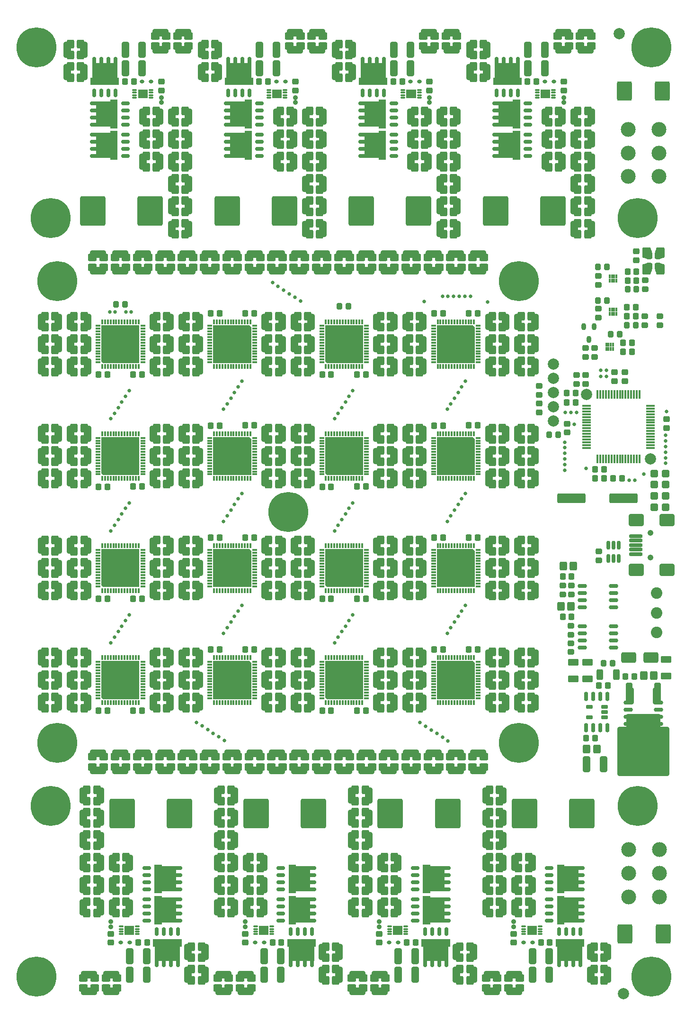
<source format=gts>
%FSLAX44Y44*%
%MOMM*%
G71*
G01*
G75*
G04 Layer_Color=8388736*
%ADD10C,0.5000*%
G04:AMPARAMS|DCode=11|XSize=1mm|YSize=0.95mm|CornerRadius=0.1995mm|HoleSize=0mm|Usage=FLASHONLY|Rotation=180.000|XOffset=0mm|YOffset=0mm|HoleType=Round|Shape=RoundedRectangle|*
%AMROUNDEDRECTD11*
21,1,1.0000,0.5510,0,0,180.0*
21,1,0.6010,0.9500,0,0,180.0*
1,1,0.3990,-0.3005,0.2755*
1,1,0.3990,0.3005,0.2755*
1,1,0.3990,0.3005,-0.2755*
1,1,0.3990,-0.3005,-0.2755*
%
%ADD11ROUNDEDRECTD11*%
G04:AMPARAMS|DCode=12|XSize=1mm|YSize=0.95mm|CornerRadius=0.1995mm|HoleSize=0mm|Usage=FLASHONLY|Rotation=270.000|XOffset=0mm|YOffset=0mm|HoleType=Round|Shape=RoundedRectangle|*
%AMROUNDEDRECTD12*
21,1,1.0000,0.5510,0,0,270.0*
21,1,0.6010,0.9500,0,0,270.0*
1,1,0.3990,-0.2755,-0.3005*
1,1,0.3990,-0.2755,0.3005*
1,1,0.3990,0.2755,0.3005*
1,1,0.3990,0.2755,-0.3005*
%
%ADD12ROUNDEDRECTD12*%
G04:AMPARAMS|DCode=13|XSize=2.7mm|YSize=1.15mm|CornerRadius=0.2013mm|HoleSize=0mm|Usage=FLASHONLY|Rotation=270.000|XOffset=0mm|YOffset=0mm|HoleType=Round|Shape=RoundedRectangle|*
%AMROUNDEDRECTD13*
21,1,2.7000,0.7475,0,0,270.0*
21,1,2.2975,1.1500,0,0,270.0*
1,1,0.4025,-0.3738,-1.1487*
1,1,0.4025,-0.3738,1.1487*
1,1,0.4025,0.3738,1.1487*
1,1,0.4025,0.3738,-1.1487*
%
%ADD13ROUNDEDRECTD13*%
G04:AMPARAMS|DCode=14|XSize=1.45mm|YSize=1.15mm|CornerRadius=0.2013mm|HoleSize=0mm|Usage=FLASHONLY|Rotation=90.000|XOffset=0mm|YOffset=0mm|HoleType=Round|Shape=RoundedRectangle|*
%AMROUNDEDRECTD14*
21,1,1.4500,0.7475,0,0,90.0*
21,1,1.0475,1.1500,0,0,90.0*
1,1,0.4025,0.3738,0.5238*
1,1,0.4025,0.3738,-0.5238*
1,1,0.4025,-0.3738,-0.5238*
1,1,0.4025,-0.3738,0.5238*
%
%ADD14ROUNDEDRECTD14*%
G04:AMPARAMS|DCode=15|XSize=0.62mm|YSize=0.62mm|CornerRadius=0.1488mm|HoleSize=0mm|Usage=FLASHONLY|Rotation=180.000|XOffset=0mm|YOffset=0mm|HoleType=Round|Shape=RoundedRectangle|*
%AMROUNDEDRECTD15*
21,1,0.6200,0.3224,0,0,180.0*
21,1,0.3224,0.6200,0,0,180.0*
1,1,0.2976,-0.1612,0.1612*
1,1,0.2976,0.1612,0.1612*
1,1,0.2976,0.1612,-0.1612*
1,1,0.2976,-0.1612,-0.1612*
%
%ADD15ROUNDEDRECTD15*%
G04:AMPARAMS|DCode=16|XSize=2.7mm|YSize=1.15mm|CornerRadius=0.2013mm|HoleSize=0mm|Usage=FLASHONLY|Rotation=0.000|XOffset=0mm|YOffset=0mm|HoleType=Round|Shape=RoundedRectangle|*
%AMROUNDEDRECTD16*
21,1,2.7000,0.7475,0,0,0.0*
21,1,2.2975,1.1500,0,0,0.0*
1,1,0.4025,1.1487,-0.3738*
1,1,0.4025,-1.1487,-0.3738*
1,1,0.4025,-1.1487,0.3738*
1,1,0.4025,1.1487,0.3738*
%
%ADD16ROUNDEDRECTD16*%
G04:AMPARAMS|DCode=17|XSize=1.45mm|YSize=1.15mm|CornerRadius=0.2013mm|HoleSize=0mm|Usage=FLASHONLY|Rotation=0.000|XOffset=0mm|YOffset=0mm|HoleType=Round|Shape=RoundedRectangle|*
%AMROUNDEDRECTD17*
21,1,1.4500,0.7475,0,0,0.0*
21,1,1.0475,1.1500,0,0,0.0*
1,1,0.4025,0.5238,-0.3738*
1,1,0.4025,-0.5238,-0.3738*
1,1,0.4025,-0.5238,0.3738*
1,1,0.4025,0.5238,0.3738*
%
%ADD17ROUNDEDRECTD17*%
G04:AMPARAMS|DCode=18|XSize=1.2mm|YSize=1.2mm|CornerRadius=0.198mm|HoleSize=0mm|Usage=FLASHONLY|Rotation=180.000|XOffset=0mm|YOffset=0mm|HoleType=Round|Shape=RoundedRectangle|*
%AMROUNDEDRECTD18*
21,1,1.2000,0.8040,0,0,180.0*
21,1,0.8040,1.2000,0,0,180.0*
1,1,0.3960,-0.4020,0.4020*
1,1,0.3960,0.4020,0.4020*
1,1,0.3960,0.4020,-0.4020*
1,1,0.3960,-0.4020,-0.4020*
%
%ADD18ROUNDEDRECTD18*%
G04:AMPARAMS|DCode=19|XSize=1.45mm|YSize=0.5mm|CornerRadius=0.2mm|HoleSize=0mm|Usage=FLASHONLY|Rotation=270.000|XOffset=0mm|YOffset=0mm|HoleType=Round|Shape=RoundedRectangle|*
%AMROUNDEDRECTD19*
21,1,1.4500,0.1000,0,0,270.0*
21,1,1.0500,0.5000,0,0,270.0*
1,1,0.4000,-0.0500,-0.5250*
1,1,0.4000,-0.0500,0.5250*
1,1,0.4000,0.0500,0.5250*
1,1,0.4000,0.0500,-0.5250*
%
%ADD19ROUNDEDRECTD19*%
G04:AMPARAMS|DCode=20|XSize=2.5mm|YSize=1.7mm|CornerRadius=0.204mm|HoleSize=0mm|Usage=FLASHONLY|Rotation=0.000|XOffset=0mm|YOffset=0mm|HoleType=Round|Shape=RoundedRectangle|*
%AMROUNDEDRECTD20*
21,1,2.5000,1.2920,0,0,0.0*
21,1,2.0920,1.7000,0,0,0.0*
1,1,0.4080,1.0460,-0.6460*
1,1,0.4080,-1.0460,-0.6460*
1,1,0.4080,-1.0460,0.6460*
1,1,0.4080,1.0460,0.6460*
%
%ADD20ROUNDEDRECTD20*%
G04:AMPARAMS|DCode=21|XSize=0.65mm|YSize=0.5mm|CornerRadius=0.2mm|HoleSize=0mm|Usage=FLASHONLY|Rotation=180.000|XOffset=0mm|YOffset=0mm|HoleType=Round|Shape=RoundedRectangle|*
%AMROUNDEDRECTD21*
21,1,0.6500,0.1000,0,0,180.0*
21,1,0.2500,0.5000,0,0,180.0*
1,1,0.4000,-0.1250,0.0500*
1,1,0.4000,0.1250,0.0500*
1,1,0.4000,0.1250,-0.0500*
1,1,0.4000,-0.1250,-0.0500*
%
%ADD21ROUNDEDRECTD21*%
G04:AMPARAMS|DCode=22|XSize=3.3mm|YSize=2.5mm|CornerRadius=0.2mm|HoleSize=0mm|Usage=FLASHONLY|Rotation=270.000|XOffset=0mm|YOffset=0mm|HoleType=Round|Shape=RoundedRectangle|*
%AMROUNDEDRECTD22*
21,1,3.3000,2.1000,0,0,270.0*
21,1,2.9000,2.5000,0,0,270.0*
1,1,0.4000,-1.0500,-1.4500*
1,1,0.4000,-1.0500,1.4500*
1,1,0.4000,1.0500,1.4500*
1,1,0.4000,1.0500,-1.4500*
%
%ADD22ROUNDEDRECTD22*%
%ADD23C,1.0000*%
G04:AMPARAMS|DCode=24|XSize=2.5mm|YSize=2mm|CornerRadius=0.2mm|HoleSize=0mm|Usage=FLASHONLY|Rotation=180.000|XOffset=0mm|YOffset=0mm|HoleType=Round|Shape=RoundedRectangle|*
%AMROUNDEDRECTD24*
21,1,2.5000,1.6000,0,0,180.0*
21,1,2.1000,2.0000,0,0,180.0*
1,1,0.4000,-1.0500,0.8000*
1,1,0.4000,1.0500,0.8000*
1,1,0.4000,1.0500,-0.8000*
1,1,0.4000,-1.0500,-0.8000*
%
%ADD24ROUNDEDRECTD24*%
G04:AMPARAMS|DCode=25|XSize=2.3mm|YSize=0.5mm|CornerRadius=0.2mm|HoleSize=0mm|Usage=FLASHONLY|Rotation=180.000|XOffset=0mm|YOffset=0mm|HoleType=Round|Shape=RoundedRectangle|*
%AMROUNDEDRECTD25*
21,1,2.3000,0.1000,0,0,180.0*
21,1,1.9000,0.5000,0,0,180.0*
1,1,0.4000,-0.9500,0.0500*
1,1,0.4000,0.9500,0.0500*
1,1,0.4000,0.9500,-0.0500*
1,1,0.4000,-0.9500,-0.0500*
%
%ADD25ROUNDEDRECTD25*%
G04:AMPARAMS|DCode=26|XSize=5.1mm|YSize=4.35mm|CornerRadius=0.1958mm|HoleSize=0mm|Usage=FLASHONLY|Rotation=270.000|XOffset=0mm|YOffset=0mm|HoleType=Round|Shape=RoundedRectangle|*
%AMROUNDEDRECTD26*
21,1,5.1000,3.9585,0,0,270.0*
21,1,4.7085,4.3500,0,0,270.0*
1,1,0.3915,-1.9792,-2.3542*
1,1,0.3915,-1.9792,2.3542*
1,1,0.3915,1.9792,2.3542*
1,1,0.3915,1.9792,-2.3542*
%
%ADD26ROUNDEDRECTD26*%
%ADD27O,0.6000X1.4000*%
%ADD28O,1.4000X0.6000*%
G04:AMPARAMS|DCode=29|XSize=1.05mm|YSize=0.65mm|CornerRadius=0.2015mm|HoleSize=0mm|Usage=FLASHONLY|Rotation=270.000|XOffset=0mm|YOffset=0mm|HoleType=Round|Shape=RoundedRectangle|*
%AMROUNDEDRECTD29*
21,1,1.0500,0.2470,0,0,270.0*
21,1,0.6470,0.6500,0,0,270.0*
1,1,0.4030,-0.1235,-0.3235*
1,1,0.4030,-0.1235,0.3235*
1,1,0.4030,0.1235,0.3235*
1,1,0.4030,0.1235,-0.3235*
%
%ADD29ROUNDEDRECTD29*%
G04:AMPARAMS|DCode=30|XSize=1mm|YSize=0.9mm|CornerRadius=0.198mm|HoleSize=0mm|Usage=FLASHONLY|Rotation=270.000|XOffset=0mm|YOffset=0mm|HoleType=Round|Shape=RoundedRectangle|*
%AMROUNDEDRECTD30*
21,1,1.0000,0.5040,0,0,270.0*
21,1,0.6040,0.9000,0,0,270.0*
1,1,0.3960,-0.2520,-0.3020*
1,1,0.3960,-0.2520,0.3020*
1,1,0.3960,0.2520,0.3020*
1,1,0.3960,0.2520,-0.3020*
%
%ADD30ROUNDEDRECTD30*%
G04:AMPARAMS|DCode=31|XSize=1mm|YSize=0.9mm|CornerRadius=0.198mm|HoleSize=0mm|Usage=FLASHONLY|Rotation=180.000|XOffset=0mm|YOffset=0mm|HoleType=Round|Shape=RoundedRectangle|*
%AMROUNDEDRECTD31*
21,1,1.0000,0.5040,0,0,180.0*
21,1,0.6040,0.9000,0,0,180.0*
1,1,0.3960,-0.3020,0.2520*
1,1,0.3960,0.3020,0.2520*
1,1,0.3960,0.3020,-0.2520*
1,1,0.3960,-0.3020,-0.2520*
%
%ADD31ROUNDEDRECTD31*%
G04:AMPARAMS|DCode=32|XSize=1.75mm|YSize=1.05mm|CornerRadius=0.1995mm|HoleSize=0mm|Usage=FLASHONLY|Rotation=270.000|XOffset=0mm|YOffset=0mm|HoleType=Round|Shape=RoundedRectangle|*
%AMROUNDEDRECTD32*
21,1,1.7500,0.6510,0,0,270.0*
21,1,1.3510,1.0500,0,0,270.0*
1,1,0.3990,-0.3255,-0.6755*
1,1,0.3990,-0.3255,0.6755*
1,1,0.3990,0.3255,0.6755*
1,1,0.3990,0.3255,-0.6755*
%
%ADD32ROUNDEDRECTD32*%
G04:AMPARAMS|DCode=33|XSize=1.75mm|YSize=1.05mm|CornerRadius=0.1995mm|HoleSize=0mm|Usage=FLASHONLY|Rotation=180.000|XOffset=0mm|YOffset=0mm|HoleType=Round|Shape=RoundedRectangle|*
%AMROUNDEDRECTD33*
21,1,1.7500,0.6510,0,0,180.0*
21,1,1.3510,1.0500,0,0,180.0*
1,1,0.3990,-0.6755,0.3255*
1,1,0.3990,0.6755,0.3255*
1,1,0.3990,0.6755,-0.3255*
1,1,0.3990,-0.6755,-0.3255*
%
%ADD33ROUNDEDRECTD33*%
G04:AMPARAMS|DCode=34|XSize=1.1mm|YSize=0.55mm|CornerRadius=0.2008mm|HoleSize=0mm|Usage=FLASHONLY|Rotation=180.000|XOffset=0mm|YOffset=0mm|HoleType=Round|Shape=RoundedRectangle|*
%AMROUNDEDRECTD34*
21,1,1.1000,0.1485,0,0,180.0*
21,1,0.6985,0.5500,0,0,180.0*
1,1,0.4015,-0.3493,0.0743*
1,1,0.4015,0.3493,0.0743*
1,1,0.4015,0.3493,-0.0743*
1,1,0.4015,-0.3493,-0.0743*
%
%ADD34ROUNDEDRECTD34*%
%ADD35O,0.6000X1.5500*%
G04:AMPARAMS|DCode=36|XSize=9.1mm|YSize=8.65mm|CornerRadius=0.2163mm|HoleSize=0mm|Usage=FLASHONLY|Rotation=0.000|XOffset=0mm|YOffset=0mm|HoleType=Round|Shape=RoundedRectangle|*
%AMROUNDEDRECTD36*
21,1,9.1000,8.2175,0,0,0.0*
21,1,8.6675,8.6500,0,0,0.0*
1,1,0.4325,4.3338,-4.1087*
1,1,0.4325,-4.3338,-4.1087*
1,1,0.4325,-4.3338,4.1087*
1,1,0.4325,4.3338,4.1087*
%
%ADD36ROUNDEDRECTD36*%
G04:AMPARAMS|DCode=37|XSize=3.75mm|YSize=1.05mm|CornerRadius=0.1995mm|HoleSize=0mm|Usage=FLASHONLY|Rotation=270.000|XOffset=0mm|YOffset=0mm|HoleType=Round|Shape=RoundedRectangle|*
%AMROUNDEDRECTD37*
21,1,3.7500,0.6510,0,0,270.0*
21,1,3.3510,1.0500,0,0,270.0*
1,1,0.3990,-0.3255,-1.6755*
1,1,0.3990,-0.3255,1.6755*
1,1,0.3990,0.3255,1.6755*
1,1,0.3990,0.3255,-1.6755*
%
%ADD37ROUNDEDRECTD37*%
G04:AMPARAMS|DCode=38|XSize=6.45mm|YSize=6mm|CornerRadius=0.21mm|HoleSize=0mm|Usage=FLASHONLY|Rotation=270.000|XOffset=0mm|YOffset=0mm|HoleType=Round|Shape=RoundedRectangle|*
%AMROUNDEDRECTD38*
21,1,6.4500,5.5800,0,0,270.0*
21,1,6.0300,6.0000,0,0,270.0*
1,1,0.4200,-2.7900,-3.0150*
1,1,0.4200,-2.7900,3.0150*
1,1,0.4200,2.7900,3.0150*
1,1,0.4200,2.7900,-3.0150*
%
%ADD38ROUNDEDRECTD38*%
G04:AMPARAMS|DCode=39|XSize=2.85mm|YSize=1mm|CornerRadius=0.2mm|HoleSize=0mm|Usage=FLASHONLY|Rotation=270.000|XOffset=0mm|YOffset=0mm|HoleType=Round|Shape=RoundedRectangle|*
%AMROUNDEDRECTD39*
21,1,2.8500,0.6000,0,0,270.0*
21,1,2.4500,1.0000,0,0,270.0*
1,1,0.4000,-0.3000,-1.2250*
1,1,0.4000,-0.3000,1.2250*
1,1,0.4000,0.3000,1.2250*
1,1,0.4000,0.3000,-1.2250*
%
%ADD39ROUNDEDRECTD39*%
%ADD40O,1.5500X0.6000*%
%ADD41O,0.3000X1.5000*%
%ADD42O,1.5000X0.3000*%
%ADD43O,0.8500X0.2500*%
%ADD44C,0.2000*%
%ADD45R,0.2000X0.5500*%
G04:AMPARAMS|DCode=46|XSize=4.9mm|YSize=1.6mm|CornerRadius=0.2mm|HoleSize=0mm|Usage=FLASHONLY|Rotation=0.000|XOffset=0mm|YOffset=0mm|HoleType=Round|Shape=RoundedRectangle|*
%AMROUNDEDRECTD46*
21,1,4.9000,1.2000,0,0,0.0*
21,1,4.5000,1.6000,0,0,0.0*
1,1,0.4000,2.2500,-0.6000*
1,1,0.4000,-2.2500,-0.6000*
1,1,0.4000,-2.2500,0.6000*
1,1,0.4000,2.2500,0.6000*
%
%ADD46ROUNDEDRECTD46*%
G04:AMPARAMS|DCode=47|XSize=1.75mm|YSize=1.4mm|CornerRadius=0.203mm|HoleSize=0mm|Usage=FLASHONLY|Rotation=90.000|XOffset=0mm|YOffset=0mm|HoleType=Round|Shape=RoundedRectangle|*
%AMROUNDEDRECTD47*
21,1,1.7500,0.9940,0,0,90.0*
21,1,1.3440,1.4000,0,0,90.0*
1,1,0.4060,0.4970,0.6720*
1,1,0.4060,0.4970,-0.6720*
1,1,0.4060,-0.4970,-0.6720*
1,1,0.4060,-0.4970,0.6720*
%
%ADD47ROUNDEDRECTD47*%
G04:AMPARAMS|DCode=48|XSize=1.4mm|YSize=1.2mm|CornerRadius=0.198mm|HoleSize=0mm|Usage=FLASHONLY|Rotation=90.000|XOffset=0mm|YOffset=0mm|HoleType=Round|Shape=RoundedRectangle|*
%AMROUNDEDRECTD48*
21,1,1.4000,0.8040,0,0,90.0*
21,1,1.0040,1.2000,0,0,90.0*
1,1,0.3960,0.4020,0.5020*
1,1,0.3960,0.4020,-0.5020*
1,1,0.3960,-0.4020,-0.5020*
1,1,0.3960,-0.4020,0.5020*
%
%ADD48ROUNDEDRECTD48*%
G04:AMPARAMS|DCode=49|XSize=1.15mm|YSize=1.05mm|CornerRadius=0.1995mm|HoleSize=0mm|Usage=FLASHONLY|Rotation=90.000|XOffset=0mm|YOffset=0mm|HoleType=Round|Shape=RoundedRectangle|*
%AMROUNDEDRECTD49*
21,1,1.1500,0.6510,0,0,90.0*
21,1,0.7510,1.0500,0,0,90.0*
1,1,0.3990,0.3255,0.3755*
1,1,0.3990,0.3255,-0.3755*
1,1,0.3990,-0.3255,-0.3755*
1,1,0.3990,-0.3255,0.3755*
%
%ADD49ROUNDEDRECTD49*%
%ADD50O,0.3000X0.8000*%
%ADD51O,0.8000X0.3000*%
%ADD52R,0.3500X0.3500*%
%ADD53C,0.2500*%
%ADD54C,0.5000*%
%ADD55C,0.4000*%
%ADD56C,0.3000*%
%ADD57C,1.0000*%
%ADD58C,2.0000*%
%ADD59C,0.2000*%
%ADD60C,2.5000*%
%ADD61C,1.8500*%
%ADD62C,1.9000*%
%ADD63C,7.0000*%
%ADD64C,0.6000*%
%ADD65C,5.0000*%
%ADD66C,0.1500*%
%ADD67C,0.0375*%
%ADD68C,0.0425*%
%ADD69C,0.0250*%
%ADD70C,0.0000*%
%ADD71C,0.6500*%
G04:AMPARAMS|DCode=72|XSize=1.15mm|YSize=1.1mm|CornerRadius=0.2745mm|HoleSize=0mm|Usage=FLASHONLY|Rotation=180.000|XOffset=0mm|YOffset=0mm|HoleType=Round|Shape=RoundedRectangle|*
%AMROUNDEDRECTD72*
21,1,1.1500,0.5510,0,0,180.0*
21,1,0.6010,1.1000,0,0,180.0*
1,1,0.5490,-0.3005,0.2755*
1,1,0.5490,0.3005,0.2755*
1,1,0.5490,0.3005,-0.2755*
1,1,0.5490,-0.3005,-0.2755*
%
%ADD72ROUNDEDRECTD72*%
G04:AMPARAMS|DCode=73|XSize=1.15mm|YSize=1.1mm|CornerRadius=0.2745mm|HoleSize=0mm|Usage=FLASHONLY|Rotation=270.000|XOffset=0mm|YOffset=0mm|HoleType=Round|Shape=RoundedRectangle|*
%AMROUNDEDRECTD73*
21,1,1.1500,0.5510,0,0,270.0*
21,1,0.6010,1.1000,0,0,270.0*
1,1,0.5490,-0.2755,-0.3005*
1,1,0.5490,-0.2755,0.3005*
1,1,0.5490,0.2755,0.3005*
1,1,0.5490,0.2755,-0.3005*
%
%ADD73ROUNDEDRECTD73*%
G04:AMPARAMS|DCode=74|XSize=2.85mm|YSize=1.3mm|CornerRadius=0.2763mm|HoleSize=0mm|Usage=FLASHONLY|Rotation=270.000|XOffset=0mm|YOffset=0mm|HoleType=Round|Shape=RoundedRectangle|*
%AMROUNDEDRECTD74*
21,1,2.8500,0.7475,0,0,270.0*
21,1,2.2975,1.3000,0,0,270.0*
1,1,0.5525,-0.3738,-1.1487*
1,1,0.5525,-0.3738,1.1487*
1,1,0.5525,0.3738,1.1487*
1,1,0.5525,0.3738,-1.1487*
%
%ADD74ROUNDEDRECTD74*%
G04:AMPARAMS|DCode=75|XSize=1.6mm|YSize=1.3mm|CornerRadius=0.2763mm|HoleSize=0mm|Usage=FLASHONLY|Rotation=90.000|XOffset=0mm|YOffset=0mm|HoleType=Round|Shape=RoundedRectangle|*
%AMROUNDEDRECTD75*
21,1,1.6000,0.7475,0,0,90.0*
21,1,1.0475,1.3000,0,0,90.0*
1,1,0.5525,0.3738,0.5238*
1,1,0.5525,0.3738,-0.5238*
1,1,0.5525,-0.3738,-0.5238*
1,1,0.5525,-0.3738,0.5238*
%
%ADD75ROUNDEDRECTD75*%
G04:AMPARAMS|DCode=76|XSize=0.77mm|YSize=0.77mm|CornerRadius=0.2238mm|HoleSize=0mm|Usage=FLASHONLY|Rotation=180.000|XOffset=0mm|YOffset=0mm|HoleType=Round|Shape=RoundedRectangle|*
%AMROUNDEDRECTD76*
21,1,0.7700,0.3224,0,0,180.0*
21,1,0.3224,0.7700,0,0,180.0*
1,1,0.4476,-0.1612,0.1612*
1,1,0.4476,0.1612,0.1612*
1,1,0.4476,0.1612,-0.1612*
1,1,0.4476,-0.1612,-0.1612*
%
%ADD76ROUNDEDRECTD76*%
G04:AMPARAMS|DCode=77|XSize=2.85mm|YSize=1.3mm|CornerRadius=0.2763mm|HoleSize=0mm|Usage=FLASHONLY|Rotation=0.000|XOffset=0mm|YOffset=0mm|HoleType=Round|Shape=RoundedRectangle|*
%AMROUNDEDRECTD77*
21,1,2.8500,0.7475,0,0,0.0*
21,1,2.2975,1.3000,0,0,0.0*
1,1,0.5525,1.1487,-0.3738*
1,1,0.5525,-1.1487,-0.3738*
1,1,0.5525,-1.1487,0.3738*
1,1,0.5525,1.1487,0.3738*
%
%ADD77ROUNDEDRECTD77*%
G04:AMPARAMS|DCode=78|XSize=1.6mm|YSize=1.3mm|CornerRadius=0.2763mm|HoleSize=0mm|Usage=FLASHONLY|Rotation=0.000|XOffset=0mm|YOffset=0mm|HoleType=Round|Shape=RoundedRectangle|*
%AMROUNDEDRECTD78*
21,1,1.6000,0.7475,0,0,0.0*
21,1,1.0475,1.3000,0,0,0.0*
1,1,0.5525,0.5238,-0.3738*
1,1,0.5525,-0.5238,-0.3738*
1,1,0.5525,-0.5238,0.3738*
1,1,0.5525,0.5238,0.3738*
%
%ADD78ROUNDEDRECTD78*%
G04:AMPARAMS|DCode=79|XSize=1.35mm|YSize=1.35mm|CornerRadius=0.273mm|HoleSize=0mm|Usage=FLASHONLY|Rotation=180.000|XOffset=0mm|YOffset=0mm|HoleType=Round|Shape=RoundedRectangle|*
%AMROUNDEDRECTD79*
21,1,1.3500,0.8040,0,0,180.0*
21,1,0.8040,1.3500,0,0,180.0*
1,1,0.5460,-0.4020,0.4020*
1,1,0.5460,0.4020,0.4020*
1,1,0.5460,0.4020,-0.4020*
1,1,0.5460,-0.4020,-0.4020*
%
%ADD79ROUNDEDRECTD79*%
G04:AMPARAMS|DCode=80|XSize=1.6mm|YSize=0.65mm|CornerRadius=0.275mm|HoleSize=0mm|Usage=FLASHONLY|Rotation=270.000|XOffset=0mm|YOffset=0mm|HoleType=Round|Shape=RoundedRectangle|*
%AMROUNDEDRECTD80*
21,1,1.6000,0.1000,0,0,270.0*
21,1,1.0500,0.6500,0,0,270.0*
1,1,0.5500,-0.0500,-0.5250*
1,1,0.5500,-0.0500,0.5250*
1,1,0.5500,0.0500,0.5250*
1,1,0.5500,0.0500,-0.5250*
%
%ADD80ROUNDEDRECTD80*%
G04:AMPARAMS|DCode=81|XSize=2.65mm|YSize=1.85mm|CornerRadius=0.279mm|HoleSize=0mm|Usage=FLASHONLY|Rotation=0.000|XOffset=0mm|YOffset=0mm|HoleType=Round|Shape=RoundedRectangle|*
%AMROUNDEDRECTD81*
21,1,2.6500,1.2920,0,0,0.0*
21,1,2.0920,1.8500,0,0,0.0*
1,1,0.5580,1.0460,-0.6460*
1,1,0.5580,-1.0460,-0.6460*
1,1,0.5580,-1.0460,0.6460*
1,1,0.5580,1.0460,0.6460*
%
%ADD81ROUNDEDRECTD81*%
G04:AMPARAMS|DCode=82|XSize=0.8mm|YSize=0.65mm|CornerRadius=0.275mm|HoleSize=0mm|Usage=FLASHONLY|Rotation=180.000|XOffset=0mm|YOffset=0mm|HoleType=Round|Shape=RoundedRectangle|*
%AMROUNDEDRECTD82*
21,1,0.8000,0.1000,0,0,180.0*
21,1,0.2500,0.6500,0,0,180.0*
1,1,0.5500,-0.1250,0.0500*
1,1,0.5500,0.1250,0.0500*
1,1,0.5500,0.1250,-0.0500*
1,1,0.5500,-0.1250,-0.0500*
%
%ADD82ROUNDEDRECTD82*%
G04:AMPARAMS|DCode=83|XSize=3.45mm|YSize=2.65mm|CornerRadius=0.275mm|HoleSize=0mm|Usage=FLASHONLY|Rotation=270.000|XOffset=0mm|YOffset=0mm|HoleType=Round|Shape=RoundedRectangle|*
%AMROUNDEDRECTD83*
21,1,3.4500,2.1000,0,0,270.0*
21,1,2.9000,2.6500,0,0,270.0*
1,1,0.5500,-1.0500,-1.4500*
1,1,0.5500,-1.0500,1.4500*
1,1,0.5500,1.0500,1.4500*
1,1,0.5500,1.0500,-1.4500*
%
%ADD83ROUNDEDRECTD83*%
%ADD84C,2.0000*%
G04:AMPARAMS|DCode=85|XSize=2.65mm|YSize=2.15mm|CornerRadius=0.275mm|HoleSize=0mm|Usage=FLASHONLY|Rotation=180.000|XOffset=0mm|YOffset=0mm|HoleType=Round|Shape=RoundedRectangle|*
%AMROUNDEDRECTD85*
21,1,2.6500,1.6000,0,0,180.0*
21,1,2.1000,2.1500,0,0,180.0*
1,1,0.5500,-1.0500,0.8000*
1,1,0.5500,1.0500,0.8000*
1,1,0.5500,1.0500,-0.8000*
1,1,0.5500,-1.0500,-0.8000*
%
%ADD85ROUNDEDRECTD85*%
G04:AMPARAMS|DCode=86|XSize=2.45mm|YSize=0.65mm|CornerRadius=0.275mm|HoleSize=0mm|Usage=FLASHONLY|Rotation=180.000|XOffset=0mm|YOffset=0mm|HoleType=Round|Shape=RoundedRectangle|*
%AMROUNDEDRECTD86*
21,1,2.4500,0.1000,0,0,180.0*
21,1,1.9000,0.6500,0,0,180.0*
1,1,0.5500,-0.9500,0.0500*
1,1,0.5500,0.9500,0.0500*
1,1,0.5500,0.9500,-0.0500*
1,1,0.5500,-0.9500,-0.0500*
%
%ADD86ROUNDEDRECTD86*%
G04:AMPARAMS|DCode=87|XSize=5.25mm|YSize=4.5mm|CornerRadius=0.2707mm|HoleSize=0mm|Usage=FLASHONLY|Rotation=270.000|XOffset=0mm|YOffset=0mm|HoleType=Round|Shape=RoundedRectangle|*
%AMROUNDEDRECTD87*
21,1,5.2500,3.9585,0,0,270.0*
21,1,4.7085,4.5000,0,0,270.0*
1,1,0.5415,-1.9792,-2.3542*
1,1,0.5415,-1.9792,2.3542*
1,1,0.5415,1.9792,2.3542*
1,1,0.5415,1.9792,-2.3542*
%
%ADD87ROUNDEDRECTD87*%
%ADD88O,0.7500X1.5500*%
%ADD89O,1.5500X0.7500*%
G04:AMPARAMS|DCode=90|XSize=1.2mm|YSize=0.8mm|CornerRadius=0.2765mm|HoleSize=0mm|Usage=FLASHONLY|Rotation=270.000|XOffset=0mm|YOffset=0mm|HoleType=Round|Shape=RoundedRectangle|*
%AMROUNDEDRECTD90*
21,1,1.2000,0.2470,0,0,270.0*
21,1,0.6470,0.8000,0,0,270.0*
1,1,0.5530,-0.1235,-0.3235*
1,1,0.5530,-0.1235,0.3235*
1,1,0.5530,0.1235,0.3235*
1,1,0.5530,0.1235,-0.3235*
%
%ADD90ROUNDEDRECTD90*%
G04:AMPARAMS|DCode=91|XSize=1.15mm|YSize=1.05mm|CornerRadius=0.273mm|HoleSize=0mm|Usage=FLASHONLY|Rotation=270.000|XOffset=0mm|YOffset=0mm|HoleType=Round|Shape=RoundedRectangle|*
%AMROUNDEDRECTD91*
21,1,1.1500,0.5040,0,0,270.0*
21,1,0.6040,1.0500,0,0,270.0*
1,1,0.5460,-0.2520,-0.3020*
1,1,0.5460,-0.2520,0.3020*
1,1,0.5460,0.2520,0.3020*
1,1,0.5460,0.2520,-0.3020*
%
%ADD91ROUNDEDRECTD91*%
G04:AMPARAMS|DCode=92|XSize=1.15mm|YSize=1.05mm|CornerRadius=0.273mm|HoleSize=0mm|Usage=FLASHONLY|Rotation=180.000|XOffset=0mm|YOffset=0mm|HoleType=Round|Shape=RoundedRectangle|*
%AMROUNDEDRECTD92*
21,1,1.1500,0.5040,0,0,180.0*
21,1,0.6040,1.0500,0,0,180.0*
1,1,0.5460,-0.3020,0.2520*
1,1,0.5460,0.3020,0.2520*
1,1,0.5460,0.3020,-0.2520*
1,1,0.5460,-0.3020,-0.2520*
%
%ADD92ROUNDEDRECTD92*%
G04:AMPARAMS|DCode=93|XSize=1.9mm|YSize=1.2mm|CornerRadius=0.2745mm|HoleSize=0mm|Usage=FLASHONLY|Rotation=270.000|XOffset=0mm|YOffset=0mm|HoleType=Round|Shape=RoundedRectangle|*
%AMROUNDEDRECTD93*
21,1,1.9000,0.6510,0,0,270.0*
21,1,1.3510,1.2000,0,0,270.0*
1,1,0.5490,-0.3255,-0.6755*
1,1,0.5490,-0.3255,0.6755*
1,1,0.5490,0.3255,0.6755*
1,1,0.5490,0.3255,-0.6755*
%
%ADD93ROUNDEDRECTD93*%
G04:AMPARAMS|DCode=94|XSize=1.9mm|YSize=1.2mm|CornerRadius=0.2745mm|HoleSize=0mm|Usage=FLASHONLY|Rotation=180.000|XOffset=0mm|YOffset=0mm|HoleType=Round|Shape=RoundedRectangle|*
%AMROUNDEDRECTD94*
21,1,1.9000,0.6510,0,0,180.0*
21,1,1.3510,1.2000,0,0,180.0*
1,1,0.5490,-0.6755,0.3255*
1,1,0.5490,0.6755,0.3255*
1,1,0.5490,0.6755,-0.3255*
1,1,0.5490,-0.6755,-0.3255*
%
%ADD94ROUNDEDRECTD94*%
G04:AMPARAMS|DCode=95|XSize=1.25mm|YSize=0.7mm|CornerRadius=0.2758mm|HoleSize=0mm|Usage=FLASHONLY|Rotation=180.000|XOffset=0mm|YOffset=0mm|HoleType=Round|Shape=RoundedRectangle|*
%AMROUNDEDRECTD95*
21,1,1.2500,0.1485,0,0,180.0*
21,1,0.6985,0.7000,0,0,180.0*
1,1,0.5515,-0.3493,0.0743*
1,1,0.5515,0.3493,0.0743*
1,1,0.5515,0.3493,-0.0743*
1,1,0.5515,-0.3493,-0.0743*
%
%ADD95ROUNDEDRECTD95*%
%ADD96O,0.7500X1.7000*%
G04:AMPARAMS|DCode=97|XSize=9.25mm|YSize=8.8mm|CornerRadius=0.2913mm|HoleSize=0mm|Usage=FLASHONLY|Rotation=0.000|XOffset=0mm|YOffset=0mm|HoleType=Round|Shape=RoundedRectangle|*
%AMROUNDEDRECTD97*
21,1,9.2500,8.2175,0,0,0.0*
21,1,8.6675,8.8000,0,0,0.0*
1,1,0.5825,4.3338,-4.1087*
1,1,0.5825,-4.3338,-4.1087*
1,1,0.5825,-4.3338,4.1087*
1,1,0.5825,4.3338,4.1087*
%
%ADD97ROUNDEDRECTD97*%
G04:AMPARAMS|DCode=98|XSize=3.9mm|YSize=1.2mm|CornerRadius=0.2745mm|HoleSize=0mm|Usage=FLASHONLY|Rotation=270.000|XOffset=0mm|YOffset=0mm|HoleType=Round|Shape=RoundedRectangle|*
%AMROUNDEDRECTD98*
21,1,3.9000,0.6510,0,0,270.0*
21,1,3.3510,1.2000,0,0,270.0*
1,1,0.5490,-0.3255,-1.6755*
1,1,0.5490,-0.3255,1.6755*
1,1,0.5490,0.3255,1.6755*
1,1,0.5490,0.3255,-1.6755*
%
%ADD98ROUNDEDRECTD98*%
G04:AMPARAMS|DCode=99|XSize=6.6mm|YSize=6.15mm|CornerRadius=0.285mm|HoleSize=0mm|Usage=FLASHONLY|Rotation=270.000|XOffset=0mm|YOffset=0mm|HoleType=Round|Shape=RoundedRectangle|*
%AMROUNDEDRECTD99*
21,1,6.6000,5.5800,0,0,270.0*
21,1,6.0300,6.1500,0,0,270.0*
1,1,0.5700,-2.7900,-3.0150*
1,1,0.5700,-2.7900,3.0150*
1,1,0.5700,2.7900,3.0150*
1,1,0.5700,2.7900,-3.0150*
%
%ADD99ROUNDEDRECTD99*%
G04:AMPARAMS|DCode=100|XSize=3mm|YSize=1.15mm|CornerRadius=0.275mm|HoleSize=0mm|Usage=FLASHONLY|Rotation=270.000|XOffset=0mm|YOffset=0mm|HoleType=Round|Shape=RoundedRectangle|*
%AMROUNDEDRECTD100*
21,1,3.0000,0.6000,0,0,270.0*
21,1,2.4500,1.1500,0,0,270.0*
1,1,0.5500,-0.3000,-1.2250*
1,1,0.5500,-0.3000,1.2250*
1,1,0.5500,0.3000,1.2250*
1,1,0.5500,0.3000,-1.2250*
%
%ADD100ROUNDEDRECTD100*%
%ADD101O,1.7000X0.7500*%
%ADD102O,0.4000X1.6000*%
%ADD103O,1.6000X0.4000*%
%ADD104O,0.9500X0.3500*%
%ADD105C,0.4032*%
%ADD106R,0.3000X0.6500*%
G04:AMPARAMS|DCode=107|XSize=5.05mm|YSize=1.75mm|CornerRadius=0.275mm|HoleSize=0mm|Usage=FLASHONLY|Rotation=0.000|XOffset=0mm|YOffset=0mm|HoleType=Round|Shape=RoundedRectangle|*
%AMROUNDEDRECTD107*
21,1,5.0500,1.2000,0,0,0.0*
21,1,4.5000,1.7500,0,0,0.0*
1,1,0.5500,2.2500,-0.6000*
1,1,0.5500,-2.2500,-0.6000*
1,1,0.5500,-2.2500,0.6000*
1,1,0.5500,2.2500,0.6000*
%
%ADD107ROUNDEDRECTD107*%
G04:AMPARAMS|DCode=108|XSize=1.9mm|YSize=1.55mm|CornerRadius=0.278mm|HoleSize=0mm|Usage=FLASHONLY|Rotation=90.000|XOffset=0mm|YOffset=0mm|HoleType=Round|Shape=RoundedRectangle|*
%AMROUNDEDRECTD108*
21,1,1.9000,0.9940,0,0,90.0*
21,1,1.3440,1.5500,0,0,90.0*
1,1,0.5560,0.4970,0.6720*
1,1,0.5560,0.4970,-0.6720*
1,1,0.5560,-0.4970,-0.6720*
1,1,0.5560,-0.4970,0.6720*
%
%ADD108ROUNDEDRECTD108*%
G04:AMPARAMS|DCode=109|XSize=1.55mm|YSize=1.35mm|CornerRadius=0.273mm|HoleSize=0mm|Usage=FLASHONLY|Rotation=90.000|XOffset=0mm|YOffset=0mm|HoleType=Round|Shape=RoundedRectangle|*
%AMROUNDEDRECTD109*
21,1,1.5500,0.8040,0,0,90.0*
21,1,1.0040,1.3500,0,0,90.0*
1,1,0.5460,0.4020,0.5020*
1,1,0.5460,0.4020,-0.5020*
1,1,0.5460,-0.4020,-0.5020*
1,1,0.5460,-0.4020,0.5020*
%
%ADD109ROUNDEDRECTD109*%
G04:AMPARAMS|DCode=110|XSize=1.3mm|YSize=1.2mm|CornerRadius=0.2745mm|HoleSize=0mm|Usage=FLASHONLY|Rotation=90.000|XOffset=0mm|YOffset=0mm|HoleType=Round|Shape=RoundedRectangle|*
%AMROUNDEDRECTD110*
21,1,1.3000,0.6510,0,0,90.0*
21,1,0.7510,1.2000,0,0,90.0*
1,1,0.5490,0.3255,0.3755*
1,1,0.5490,0.3255,-0.3755*
1,1,0.5490,-0.3255,-0.3755*
1,1,0.5490,-0.3255,0.3755*
%
%ADD110ROUNDEDRECTD110*%
%ADD111O,0.4000X0.9000*%
%ADD112O,0.9000X0.4000*%
%ADD113R,0.5532X0.5532*%
%ADD114C,2.6500*%
%ADD115C,2.0000*%
%ADD116C,1.0500*%
%ADD117C,2.0500*%
%ADD118C,7.1500*%
G36*
X994000Y247500D02*
X1019500D01*
Y202500D01*
X994000D01*
Y199500D01*
X981000D01*
Y250500D01*
X994000D01*
Y247500D01*
D02*
G37*
G36*
X234000Y546000D02*
X169500D01*
X166000Y549500D01*
Y614000D01*
X234000D01*
Y546000D01*
D02*
G37*
G36*
X434000Y610500D02*
Y546000D01*
X366000D01*
Y614000D01*
X430500D01*
X434000Y610500D01*
D02*
G37*
G36*
X274000Y247500D02*
X299500D01*
Y202500D01*
X274000D01*
Y199500D01*
X261000D01*
Y250500D01*
X274000D01*
Y247500D01*
D02*
G37*
G36*
X514000D02*
X539500D01*
Y202500D01*
X514000D01*
Y199500D01*
X501000D01*
Y250500D01*
X514000D01*
Y247500D01*
D02*
G37*
G36*
X754000D02*
X779500D01*
Y202500D01*
X754000D01*
Y199500D01*
X741000D01*
Y250500D01*
X754000D01*
Y247500D01*
D02*
G37*
G36*
X434000Y810500D02*
Y746000D01*
X366000D01*
Y814000D01*
X430500D01*
X434000Y810500D01*
D02*
G37*
G36*
X634000Y746000D02*
X569500D01*
X566000Y749500D01*
Y814000D01*
X634000D01*
Y746000D01*
D02*
G37*
G36*
X834000Y810500D02*
Y746000D01*
X766000D01*
Y814000D01*
X830500D01*
X834000Y810500D01*
D02*
G37*
G36*
X634000Y546000D02*
X569500D01*
X566000Y549500D01*
Y614000D01*
X634000D01*
Y546000D01*
D02*
G37*
G36*
X834000Y610500D02*
Y546000D01*
X766000D01*
Y614000D01*
X830500D01*
X834000Y610500D01*
D02*
G37*
G36*
X234000Y746000D02*
X169500D01*
X166000Y749500D01*
Y814000D01*
X234000D01*
Y746000D01*
D02*
G37*
G36*
X1029500Y104000D02*
X1026500D01*
Y78500D01*
X981500D01*
Y104000D01*
X978500D01*
Y117000D01*
X1029500D01*
Y104000D01*
D02*
G37*
G36*
X224500Y125250D02*
X207500D01*
Y140750D01*
X224500D01*
Y125250D01*
D02*
G37*
G36*
X464500D02*
X447500D01*
Y140750D01*
X464500D01*
Y125250D01*
D02*
G37*
G36*
X309500Y104000D02*
X306500D01*
Y78500D01*
X261500D01*
Y104000D01*
X258500D01*
Y117000D01*
X309500D01*
Y104000D01*
D02*
G37*
G36*
X549500D02*
X546500D01*
Y78500D01*
X501500D01*
Y104000D01*
X498500D01*
Y117000D01*
X549500D01*
Y104000D01*
D02*
G37*
G36*
X789500D02*
X786500D01*
Y78500D01*
X741500D01*
Y104000D01*
X738500D01*
Y117000D01*
X789500D01*
Y104000D01*
D02*
G37*
G36*
X514000Y191500D02*
X539500D01*
Y146500D01*
X514000D01*
Y143500D01*
X501000D01*
Y194500D01*
X514000D01*
Y191500D01*
D02*
G37*
G36*
X754000D02*
X779500D01*
Y146500D01*
X754000D01*
Y143500D01*
X741000D01*
Y194500D01*
X754000D01*
Y191500D01*
D02*
G37*
G36*
X994000D02*
X1019500D01*
Y146500D01*
X994000D01*
Y143500D01*
X981000D01*
Y194500D01*
X994000D01*
Y191500D01*
D02*
G37*
G36*
X704500Y125250D02*
X687500D01*
Y140750D01*
X704500D01*
Y125250D01*
D02*
G37*
G36*
X944500D02*
X927500D01*
Y140750D01*
X944500D01*
Y125250D01*
D02*
G37*
G36*
X274000Y191500D02*
X299500D01*
Y146500D01*
X274000D01*
Y143500D01*
X261000D01*
Y194500D01*
X274000D01*
Y191500D01*
D02*
G37*
G36*
X915000Y1565500D02*
X902000D01*
Y1568500D01*
X876500D01*
Y1613500D01*
X902000D01*
Y1616500D01*
X915000D01*
Y1565500D01*
D02*
G37*
G36*
X248500Y1619250D02*
X231500D01*
Y1634750D01*
X248500D01*
Y1619250D01*
D02*
G37*
G36*
X488500D02*
X471500D01*
Y1634750D01*
X488500D01*
Y1619250D01*
D02*
G37*
G36*
X195000Y1565500D02*
X182000D01*
Y1568500D01*
X156500D01*
Y1613500D01*
X182000D01*
Y1616500D01*
X195000D01*
Y1565500D01*
D02*
G37*
G36*
X435000D02*
X422000D01*
Y1568500D01*
X396500D01*
Y1613500D01*
X422000D01*
Y1616500D01*
X435000D01*
Y1565500D01*
D02*
G37*
G36*
X675000D02*
X662000D01*
Y1568500D01*
X636500D01*
Y1613500D01*
X662000D01*
Y1616500D01*
X675000D01*
Y1565500D01*
D02*
G37*
G36*
X434500Y1656000D02*
X437500D01*
Y1643000D01*
X386500D01*
Y1656000D01*
X389500D01*
Y1681500D01*
X434500D01*
Y1656000D01*
D02*
G37*
G36*
X674500D02*
X677500D01*
Y1643000D01*
X626500D01*
Y1656000D01*
X629500D01*
Y1681500D01*
X674500D01*
Y1656000D01*
D02*
G37*
G36*
X914500D02*
X917500D01*
Y1643000D01*
X866500D01*
Y1656000D01*
X869500D01*
Y1681500D01*
X914500D01*
Y1656000D01*
D02*
G37*
G36*
X728500Y1619250D02*
X711500D01*
Y1634750D01*
X728500D01*
Y1619250D01*
D02*
G37*
G36*
X968500D02*
X951500D01*
Y1634750D01*
X968500D01*
Y1619250D01*
D02*
G37*
G36*
X194500Y1656000D02*
X197500D01*
Y1643000D01*
X146500D01*
Y1656000D01*
X149500D01*
Y1681500D01*
X194500D01*
Y1656000D01*
D02*
G37*
G36*
X834000Y1010500D02*
Y946000D01*
X766000D01*
Y1014000D01*
X830500D01*
X834000Y1010500D01*
D02*
G37*
G36*
X234000Y1146000D02*
X169500D01*
X166000Y1149500D01*
Y1214000D01*
X234000D01*
Y1146000D01*
D02*
G37*
G36*
X434000Y1210500D02*
Y1146000D01*
X366000D01*
Y1214000D01*
X430500D01*
X434000Y1210500D01*
D02*
G37*
G36*
X234000Y946000D02*
X169500D01*
X166000Y949500D01*
Y1014000D01*
X234000D01*
Y946000D01*
D02*
G37*
G36*
X434000Y1010500D02*
Y946000D01*
X366000D01*
Y1014000D01*
X430500D01*
X434000Y1010500D01*
D02*
G37*
G36*
X634000Y946000D02*
X569500D01*
X566000Y949500D01*
Y1014000D01*
X634000D01*
Y946000D01*
D02*
G37*
G36*
X435000Y1509500D02*
X422000D01*
Y1512500D01*
X396500D01*
Y1557500D01*
X422000D01*
Y1560500D01*
X435000D01*
Y1509500D01*
D02*
G37*
G36*
X675000D02*
X662000D01*
Y1512500D01*
X636500D01*
Y1557500D01*
X662000D01*
Y1560500D01*
X675000D01*
Y1509500D01*
D02*
G37*
G36*
X915000D02*
X902000D01*
Y1512500D01*
X876500D01*
Y1557500D01*
X902000D01*
Y1560500D01*
X915000D01*
Y1509500D01*
D02*
G37*
G36*
X634000Y1146000D02*
X569500D01*
X566000Y1149500D01*
Y1214000D01*
X634000D01*
Y1146000D01*
D02*
G37*
G36*
X834000Y1210500D02*
Y1146000D01*
X766000D01*
Y1214000D01*
X830500D01*
X834000Y1210500D01*
D02*
G37*
G36*
X195000Y1509500D02*
X182000D01*
Y1512500D01*
X156500D01*
Y1557500D01*
X182000D01*
Y1560500D01*
X195000D01*
Y1509500D01*
D02*
G37*
D71*
X857000Y1255000D02*
D03*
X736000Y504000D02*
D03*
X746000Y497500D02*
D03*
X756000Y491000D02*
D03*
X766000Y484500D02*
D03*
X776000Y478000D02*
D03*
X786000Y471500D02*
D03*
X1059000Y1133000D02*
D03*
X784500Y663500D02*
D03*
X791000Y673500D02*
D03*
X1059000Y1122000D02*
D03*
X797500Y683500D02*
D03*
X804000Y693500D02*
D03*
X810500Y703500D02*
D03*
X817000Y713500D02*
D03*
X1069000Y1122000D02*
D03*
X784500Y863500D02*
D03*
X791000Y873500D02*
D03*
X797500Y883500D02*
D03*
X804000Y893500D02*
D03*
X810500Y903500D02*
D03*
X817000Y913500D02*
D03*
X384500Y1063500D02*
D03*
X743000Y1256000D02*
D03*
X181000Y1237000D02*
D03*
X219000D02*
D03*
X210000D02*
D03*
X190000D02*
D03*
X472000Y1289500D02*
D03*
X791000Y1073500D02*
D03*
X482000Y1283000D02*
D03*
X797500Y1083500D02*
D03*
X1175000Y997000D02*
D03*
X492000Y1276500D02*
D03*
X502000Y1270000D02*
D03*
X215500Y1096500D02*
D03*
Y896500D02*
D03*
Y696500D02*
D03*
X336000Y504500D02*
D03*
X384500Y663500D02*
D03*
X1136000Y948000D02*
D03*
X384500Y863500D02*
D03*
X512000Y1263500D02*
D03*
X209000Y1086500D02*
D03*
Y886500D02*
D03*
Y686500D02*
D03*
X346000Y498000D02*
D03*
X391000Y673500D02*
D03*
Y873500D02*
D03*
Y1073500D02*
D03*
X522000Y1257000D02*
D03*
X1175000Y967000D02*
D03*
X202500Y1076500D02*
D03*
Y876500D02*
D03*
Y676500D02*
D03*
X356000Y491500D02*
D03*
X397500Y683500D02*
D03*
Y883500D02*
D03*
Y1083500D02*
D03*
X196000Y1066500D02*
D03*
Y866500D02*
D03*
Y666500D02*
D03*
X1175000Y977000D02*
D03*
X366000Y485000D02*
D03*
X404000Y693500D02*
D03*
Y893500D02*
D03*
Y1093500D02*
D03*
X189500Y1056500D02*
D03*
Y856500D02*
D03*
Y656500D02*
D03*
X376000Y478500D02*
D03*
X410500Y703500D02*
D03*
Y903500D02*
D03*
X1033000Y958000D02*
D03*
X410500Y1103500D02*
D03*
X183000Y1046500D02*
D03*
Y846500D02*
D03*
Y646500D02*
D03*
X386000Y472000D02*
D03*
X417000Y713500D02*
D03*
Y913500D02*
D03*
Y1113500D02*
D03*
X1175000Y987000D02*
D03*
X995000Y1005000D02*
D03*
X1175000Y1007000D02*
D03*
Y1017000D02*
D03*
X804000Y1093500D02*
D03*
X810500Y1103500D02*
D03*
X784500Y1063500D02*
D03*
X776000Y1265000D02*
D03*
X817000Y1113500D02*
D03*
X786000Y1265000D02*
D03*
X796000D02*
D03*
X806000D02*
D03*
X615500Y1096500D02*
D03*
X1012000Y1037000D02*
D03*
X996000Y1058000D02*
D03*
X615500Y896500D02*
D03*
X1110000Y937000D02*
D03*
X1177000Y1060000D02*
D03*
X1069000Y1133000D02*
D03*
X995000Y955000D02*
D03*
Y965000D02*
D03*
Y975000D02*
D03*
Y985000D02*
D03*
Y995000D02*
D03*
X615500Y696500D02*
D03*
X816000Y1265000D02*
D03*
X609000Y1086500D02*
D03*
X1120000Y937000D02*
D03*
X609000Y886500D02*
D03*
Y686500D02*
D03*
X826000Y1265000D02*
D03*
X602500Y1076500D02*
D03*
Y876500D02*
D03*
Y676500D02*
D03*
X596000Y1066500D02*
D03*
Y866500D02*
D03*
Y666500D02*
D03*
X589500Y1056500D02*
D03*
X1006000Y1058000D02*
D03*
X589500Y856500D02*
D03*
Y656500D02*
D03*
X583000Y1046500D02*
D03*
Y846500D02*
D03*
Y646500D02*
D03*
X1016000Y1058000D02*
D03*
D72*
X1032000Y1109000D02*
D03*
Y1125000D02*
D03*
X1177000Y1030000D02*
D03*
Y1046000D02*
D03*
X1102000Y1114000D02*
D03*
Y1130000D02*
D03*
X999000Y1022000D02*
D03*
Y1038000D02*
D03*
X949000Y1058000D02*
D03*
Y1074000D02*
D03*
X1084000Y1114000D02*
D03*
Y1130000D02*
D03*
X183000Y111000D02*
D03*
Y127000D02*
D03*
X993000Y1649000D02*
D03*
Y1633000D02*
D03*
X423000Y111000D02*
D03*
Y127000D02*
D03*
X753000Y1649000D02*
D03*
Y1633000D02*
D03*
X663000Y111000D02*
D03*
Y127000D02*
D03*
X513000Y1649000D02*
D03*
Y1633000D02*
D03*
X903000Y111000D02*
D03*
Y127000D02*
D03*
X273000Y1649000D02*
D03*
Y1633000D02*
D03*
X1123000Y1330000D02*
D03*
Y1346000D02*
D03*
D73*
X1014250Y1093000D02*
D03*
X998250D02*
D03*
X1065000Y956000D02*
D03*
X1049000D02*
D03*
X1014250Y1076000D02*
D03*
X998250D02*
D03*
X1065000Y940000D02*
D03*
X1049000D02*
D03*
X1081000D02*
D03*
X1097000D02*
D03*
X1103000Y586000D02*
D03*
X1119000D02*
D03*
X1072000Y570000D02*
D03*
X1056000D02*
D03*
X1007000Y693000D02*
D03*
X991000D02*
D03*
X1115000Y1182000D02*
D03*
X1099000D02*
D03*
X232000Y111000D02*
D03*
X248000D02*
D03*
X944000Y1649000D02*
D03*
X928000D02*
D03*
X472000Y111000D02*
D03*
X488000D02*
D03*
X704000Y1649000D02*
D03*
X688000D02*
D03*
X712000Y111000D02*
D03*
X728000D02*
D03*
X464000Y1649000D02*
D03*
X448000D02*
D03*
X952000Y111000D02*
D03*
X968000D02*
D03*
X224000Y1649000D02*
D03*
X208000D02*
D03*
X1115000Y1166000D02*
D03*
X1099000D02*
D03*
X1007000Y765000D02*
D03*
X991000D02*
D03*
X1123000Y1309000D02*
D03*
X1107000D02*
D03*
X1123000Y1293000D02*
D03*
X1107000D02*
D03*
X823132Y1234714D02*
D03*
X839132D02*
D03*
X823132Y1034714D02*
D03*
X839132D02*
D03*
X823132Y834714D02*
D03*
X839132D02*
D03*
X823132Y634714D02*
D03*
X839132D02*
D03*
X423132Y1234714D02*
D03*
X439132D02*
D03*
X423132Y1034714D02*
D03*
X439132D02*
D03*
X423132Y834714D02*
D03*
X439132D02*
D03*
X423132Y634714D02*
D03*
X439132D02*
D03*
X576868Y525286D02*
D03*
X560868D02*
D03*
X576868Y725286D02*
D03*
X560868D02*
D03*
X576868Y925286D02*
D03*
X560868D02*
D03*
X576868Y1125286D02*
D03*
X560868D02*
D03*
X176868Y525286D02*
D03*
X160868D02*
D03*
X176868Y725286D02*
D03*
X160868D02*
D03*
X176868Y925286D02*
D03*
X160868D02*
D03*
X176868Y1125286D02*
D03*
X160868D02*
D03*
X777128Y1234570D02*
D03*
X761128D02*
D03*
X777128Y1034570D02*
D03*
X761128D02*
D03*
X777128Y834570D02*
D03*
X761128D02*
D03*
X777128Y634570D02*
D03*
X761128D02*
D03*
X377128Y1234570D02*
D03*
X361128D02*
D03*
X377128Y1034570D02*
D03*
X361128D02*
D03*
X377128Y834570D02*
D03*
X361128D02*
D03*
X377128Y634570D02*
D03*
X361128D02*
D03*
X622872Y525430D02*
D03*
X638872D02*
D03*
X622872Y725430D02*
D03*
X638872D02*
D03*
X622872Y925430D02*
D03*
X638872D02*
D03*
X622872Y1125430D02*
D03*
X638872D02*
D03*
X222872Y525430D02*
D03*
X238872D02*
D03*
X222872Y725430D02*
D03*
X238872D02*
D03*
X222872Y925430D02*
D03*
X238872D02*
D03*
X222872Y1125430D02*
D03*
X238872D02*
D03*
X1122000Y1246000D02*
D03*
X1106000D02*
D03*
X1122000Y1230000D02*
D03*
X1106000D02*
D03*
X1033000Y476000D02*
D03*
X1049000D02*
D03*
D74*
X1034000Y430000D02*
D03*
X1064000D02*
D03*
X247000Y87000D02*
D03*
X217000D02*
D03*
X321000Y94000D02*
D03*
X351000D02*
D03*
X164000Y254000D02*
D03*
X134000D02*
D03*
X164000Y214000D02*
D03*
X134000D02*
D03*
X929000Y1673000D02*
D03*
X959000D02*
D03*
X855000Y1666000D02*
D03*
X825000D02*
D03*
X1012000Y1506000D02*
D03*
X1042000D02*
D03*
X1012000Y1546000D02*
D03*
X1042000D02*
D03*
X1012000Y1586000D02*
D03*
X1042000D02*
D03*
X541000Y620000D02*
D03*
X511000D02*
D03*
X541000Y580000D02*
D03*
X511000D02*
D03*
X541000Y540000D02*
D03*
X511000D02*
D03*
X659000D02*
D03*
X689000D02*
D03*
X659000Y580000D02*
D03*
X689000D02*
D03*
X659000Y620000D02*
D03*
X689000D02*
D03*
X859000Y1140000D02*
D03*
X889000D02*
D03*
X859000Y1180000D02*
D03*
X889000D02*
D03*
X859000Y1220000D02*
D03*
X889000D02*
D03*
X741000D02*
D03*
X711000D02*
D03*
X487000Y87000D02*
D03*
X457000D02*
D03*
X561000Y94000D02*
D03*
X591000D02*
D03*
X404000Y254000D02*
D03*
X374000D02*
D03*
X404000Y214000D02*
D03*
X374000D02*
D03*
X404000Y174000D02*
D03*
X374000D02*
D03*
X689000Y1673000D02*
D03*
X719000D02*
D03*
X615000Y1666000D02*
D03*
X585000D02*
D03*
X772000Y1506000D02*
D03*
X802000D02*
D03*
X772000Y1546000D02*
D03*
X802000D02*
D03*
X772000Y1586000D02*
D03*
X802000D02*
D03*
X727000Y87000D02*
D03*
X697000D02*
D03*
X801000Y94000D02*
D03*
X831000D02*
D03*
X644000Y254000D02*
D03*
X614000D02*
D03*
X644000Y214000D02*
D03*
X614000D02*
D03*
X644000Y174000D02*
D03*
X614000D02*
D03*
X449000Y1673000D02*
D03*
X479000D02*
D03*
X375000Y1666000D02*
D03*
X345000D02*
D03*
X532000Y1506000D02*
D03*
X562000D02*
D03*
X532000Y1546000D02*
D03*
X562000D02*
D03*
X532000Y1586000D02*
D03*
X562000D02*
D03*
X967000Y87000D02*
D03*
X937000D02*
D03*
X1041000Y94000D02*
D03*
X1071000D02*
D03*
X884000Y254000D02*
D03*
X854000D02*
D03*
X884000Y214000D02*
D03*
X854000D02*
D03*
X884000Y174000D02*
D03*
X854000D02*
D03*
X209000Y1673000D02*
D03*
X239000D02*
D03*
X134919Y1705916D02*
D03*
X104919D02*
D03*
X292000Y1506000D02*
D03*
X322000D02*
D03*
X292000Y1546000D02*
D03*
X322000D02*
D03*
X292000Y1586000D02*
D03*
X322000D02*
D03*
X741000Y1180000D02*
D03*
X711000D02*
D03*
X741000Y1140000D02*
D03*
X711000D02*
D03*
X859000Y940000D02*
D03*
X889000D02*
D03*
X859000Y980000D02*
D03*
X889000D02*
D03*
X859000Y1020000D02*
D03*
X889000D02*
D03*
X741000D02*
D03*
X711000D02*
D03*
X741000Y980000D02*
D03*
X711000D02*
D03*
X741000Y940000D02*
D03*
X711000D02*
D03*
X859000Y740000D02*
D03*
X889000D02*
D03*
X859000Y780000D02*
D03*
X889000D02*
D03*
X859000Y820000D02*
D03*
X889000D02*
D03*
X741000D02*
D03*
X711000D02*
D03*
X741000Y780000D02*
D03*
X711000D02*
D03*
X741000Y740000D02*
D03*
X711000D02*
D03*
X541000Y820000D02*
D03*
X511000D02*
D03*
X541000Y780000D02*
D03*
X511000D02*
D03*
X541000Y740000D02*
D03*
X511000D02*
D03*
X859000Y540000D02*
D03*
X889000D02*
D03*
X859000Y580000D02*
D03*
X889000D02*
D03*
X859000Y620000D02*
D03*
X889000D02*
D03*
X741000D02*
D03*
X711000D02*
D03*
X741000Y580000D02*
D03*
X711000D02*
D03*
X741000Y540000D02*
D03*
X711000D02*
D03*
X659000Y740000D02*
D03*
X689000D02*
D03*
X659000Y780000D02*
D03*
X689000D02*
D03*
X659000Y820000D02*
D03*
X689000D02*
D03*
X541000Y1020000D02*
D03*
X511000D02*
D03*
X541000Y980000D02*
D03*
X511000D02*
D03*
X541000Y940000D02*
D03*
X511000D02*
D03*
X659000D02*
D03*
X689000D02*
D03*
X659000Y980000D02*
D03*
X689000D02*
D03*
X659000Y1020000D02*
D03*
X689000D02*
D03*
X541000Y1220000D02*
D03*
X511000D02*
D03*
X541000Y1180000D02*
D03*
X511000D02*
D03*
X541000Y1140000D02*
D03*
X511000D02*
D03*
X659000D02*
D03*
X689000D02*
D03*
X659000Y1180000D02*
D03*
X689000D02*
D03*
X659000Y1220000D02*
D03*
X689000D02*
D03*
X459000Y1140000D02*
D03*
X489000D02*
D03*
X459000Y1180000D02*
D03*
X489000D02*
D03*
X459000Y1220000D02*
D03*
X489000D02*
D03*
X164000Y174000D02*
D03*
X134000D02*
D03*
X341000Y1220000D02*
D03*
X311000D02*
D03*
X341000Y1180000D02*
D03*
X311000D02*
D03*
X341000Y1140000D02*
D03*
X311000D02*
D03*
X459000Y940000D02*
D03*
X489000D02*
D03*
X459000Y980000D02*
D03*
X489000D02*
D03*
X459000Y1020000D02*
D03*
X489000D02*
D03*
X341000D02*
D03*
X311000D02*
D03*
X341000Y980000D02*
D03*
X311000D02*
D03*
X341000Y940000D02*
D03*
X311000D02*
D03*
X141000Y620000D02*
D03*
X111000D02*
D03*
X141000Y580000D02*
D03*
X111000D02*
D03*
X141000Y540000D02*
D03*
X111000D02*
D03*
X259000D02*
D03*
X289000D02*
D03*
X259000Y580000D02*
D03*
X289000D02*
D03*
X259000Y620000D02*
D03*
X289000D02*
D03*
X141000Y820000D02*
D03*
X111000D02*
D03*
X141000Y780000D02*
D03*
X111000D02*
D03*
X141000Y740000D02*
D03*
X111000D02*
D03*
X259000D02*
D03*
X289000D02*
D03*
X259000Y780000D02*
D03*
X289000D02*
D03*
X259000Y820000D02*
D03*
X289000D02*
D03*
X141000Y1020000D02*
D03*
X111000D02*
D03*
X141000Y980000D02*
D03*
X111000D02*
D03*
X141000Y940000D02*
D03*
X111000D02*
D03*
X259000D02*
D03*
X289000D02*
D03*
X259000Y980000D02*
D03*
X289000D02*
D03*
X259000Y1020000D02*
D03*
X289000D02*
D03*
X459000Y740000D02*
D03*
X489000D02*
D03*
X459000Y780000D02*
D03*
X489000D02*
D03*
X459000Y820000D02*
D03*
X489000D02*
D03*
X341000D02*
D03*
X311000D02*
D03*
X341000Y780000D02*
D03*
X311000D02*
D03*
X341000Y740000D02*
D03*
X311000D02*
D03*
X459000Y540000D02*
D03*
X489000D02*
D03*
X459000Y580000D02*
D03*
X489000D02*
D03*
X459000Y620000D02*
D03*
X489000D02*
D03*
X341000D02*
D03*
X311000D02*
D03*
X341000Y580000D02*
D03*
X311000D02*
D03*
X341000Y540000D02*
D03*
X311000D02*
D03*
X141000Y1220000D02*
D03*
X111000D02*
D03*
X141000Y1180000D02*
D03*
X111000D02*
D03*
X141000Y1140000D02*
D03*
X111000D02*
D03*
X259000D02*
D03*
X289000D02*
D03*
X259000Y1180000D02*
D03*
X289000D02*
D03*
X259000Y1220000D02*
D03*
X289000D02*
D03*
X855000Y1706000D02*
D03*
X825000D02*
D03*
X929000D02*
D03*
X959000D02*
D03*
X990000Y1546000D02*
D03*
X960000D02*
D03*
X990000Y1506000D02*
D03*
X960000D02*
D03*
X990000Y1586000D02*
D03*
X960000D02*
D03*
X750000Y1546000D02*
D03*
X720000D02*
D03*
X750000Y1506000D02*
D03*
X720000D02*
D03*
X750000Y1586000D02*
D03*
X720000D02*
D03*
X510000Y1546000D02*
D03*
X480000D02*
D03*
X510000Y1506000D02*
D03*
X480000D02*
D03*
X510000Y1586000D02*
D03*
X480000D02*
D03*
X270000Y1546000D02*
D03*
X240000D02*
D03*
X270000Y1506000D02*
D03*
X240000D02*
D03*
X270000Y1586000D02*
D03*
X240000D02*
D03*
X615000Y1706000D02*
D03*
X585000D02*
D03*
X689000D02*
D03*
X719000D02*
D03*
X375000D02*
D03*
X345000D02*
D03*
X449000D02*
D03*
X479000D02*
D03*
X134919Y1665916D02*
D03*
X104919D02*
D03*
X209000Y1706000D02*
D03*
X239000D02*
D03*
X186000Y214000D02*
D03*
X216000D02*
D03*
X186000Y254000D02*
D03*
X216000D02*
D03*
X186000Y174000D02*
D03*
X216000D02*
D03*
X426000Y214000D02*
D03*
X456000D02*
D03*
X426000Y254000D02*
D03*
X456000D02*
D03*
X426000Y174000D02*
D03*
X456000D02*
D03*
X666000Y214000D02*
D03*
X696000D02*
D03*
X666000Y254000D02*
D03*
X696000D02*
D03*
X666000Y174000D02*
D03*
X696000D02*
D03*
X906000Y214000D02*
D03*
X936000D02*
D03*
X906000Y254000D02*
D03*
X936000D02*
D03*
X906000Y174000D02*
D03*
X936000D02*
D03*
X321000Y54000D02*
D03*
X351000D02*
D03*
X247000D02*
D03*
X217000D02*
D03*
X561000D02*
D03*
X591000D02*
D03*
X487000D02*
D03*
X457000D02*
D03*
X801000D02*
D03*
X831000D02*
D03*
X727000D02*
D03*
X697000D02*
D03*
X1041000D02*
D03*
X1071000D02*
D03*
X967000D02*
D03*
X937000D02*
D03*
X164000Y294000D02*
D03*
X134000D02*
D03*
X404000D02*
D03*
X374000D02*
D03*
X644000D02*
D03*
X614000D02*
D03*
X884000D02*
D03*
X854000D02*
D03*
X1012000Y1466000D02*
D03*
X1042000D02*
D03*
X772000D02*
D03*
X802000D02*
D03*
X532000D02*
D03*
X562000D02*
D03*
X292000D02*
D03*
X322000D02*
D03*
X59000Y1020000D02*
D03*
X89000D02*
D03*
X59000Y940000D02*
D03*
X89000D02*
D03*
X59000Y980000D02*
D03*
X89000D02*
D03*
X59000Y820000D02*
D03*
X89000D02*
D03*
X59000Y740000D02*
D03*
X89000D02*
D03*
X59000Y780000D02*
D03*
X89000D02*
D03*
X59000Y620000D02*
D03*
X89000D02*
D03*
X59000Y540000D02*
D03*
X89000D02*
D03*
X59000Y580000D02*
D03*
X89000D02*
D03*
X941000Y1140000D02*
D03*
X911000D02*
D03*
X941000Y1220000D02*
D03*
X911000D02*
D03*
X941000Y1180000D02*
D03*
X911000D02*
D03*
X164000Y334000D02*
D03*
X134000D02*
D03*
X404000D02*
D03*
X374000D02*
D03*
X644000D02*
D03*
X614000D02*
D03*
X884000D02*
D03*
X854000D02*
D03*
X1012000Y1426000D02*
D03*
X1042000D02*
D03*
X772000D02*
D03*
X802000D02*
D03*
X532000D02*
D03*
X562000D02*
D03*
X292000D02*
D03*
X322000D02*
D03*
X941000Y940000D02*
D03*
X911000D02*
D03*
X941000Y1020000D02*
D03*
X911000D02*
D03*
X941000Y980000D02*
D03*
X911000D02*
D03*
X941000Y740000D02*
D03*
X911000D02*
D03*
X941000Y820000D02*
D03*
X911000D02*
D03*
X941000Y780000D02*
D03*
X911000D02*
D03*
X941000Y540000D02*
D03*
X911000D02*
D03*
X941000Y620000D02*
D03*
X911000D02*
D03*
X941000Y580000D02*
D03*
X911000D02*
D03*
X164000Y374000D02*
D03*
X134000D02*
D03*
X404000D02*
D03*
X374000D02*
D03*
X644000D02*
D03*
X614000D02*
D03*
X884000D02*
D03*
X854000D02*
D03*
X1012000Y1386000D02*
D03*
X1042000D02*
D03*
X772000D02*
D03*
X802000D02*
D03*
X532000D02*
D03*
X562000D02*
D03*
X292000D02*
D03*
X322000D02*
D03*
X59000Y1220000D02*
D03*
X89000D02*
D03*
X59000Y1140000D02*
D03*
X89000D02*
D03*
X59000Y1180000D02*
D03*
X89000D02*
D03*
D75*
X1034000Y457000D02*
D03*
X1052000D02*
D03*
X1006000Y712000D02*
D03*
X988000D02*
D03*
X517000Y630000D02*
D03*
X535000D02*
D03*
X517000Y570000D02*
D03*
X535000D02*
D03*
X517000Y550000D02*
D03*
X535000D02*
D03*
X517000Y530000D02*
D03*
X535000D02*
D03*
X517000Y610000D02*
D03*
X535000D02*
D03*
X517000Y590000D02*
D03*
X535000D02*
D03*
X683000Y530000D02*
D03*
X665000D02*
D03*
X683000Y590000D02*
D03*
X665000D02*
D03*
X683000Y610000D02*
D03*
X665000D02*
D03*
X683000Y630000D02*
D03*
X665000D02*
D03*
X683000Y550000D02*
D03*
X665000D02*
D03*
X683000Y570000D02*
D03*
X665000D02*
D03*
X883000Y1130000D02*
D03*
X865000D02*
D03*
X883000Y1190000D02*
D03*
X865000D02*
D03*
X883000Y1210000D02*
D03*
X865000D02*
D03*
X883000Y1230000D02*
D03*
X865000D02*
D03*
X883000Y1150000D02*
D03*
X865000D02*
D03*
X883000Y1170000D02*
D03*
X865000D02*
D03*
X717000Y1230000D02*
D03*
X735000D02*
D03*
X717000Y1170000D02*
D03*
X735000D02*
D03*
X717000Y1150000D02*
D03*
X735000D02*
D03*
X717000Y1130000D02*
D03*
X735000D02*
D03*
X717000Y1210000D02*
D03*
X735000D02*
D03*
X717000Y1190000D02*
D03*
X735000D02*
D03*
X883000Y930000D02*
D03*
X865000D02*
D03*
X883000Y990000D02*
D03*
X865000D02*
D03*
X883000Y1010000D02*
D03*
X865000D02*
D03*
X883000Y1030000D02*
D03*
X865000D02*
D03*
X883000Y950000D02*
D03*
X865000D02*
D03*
X883000Y970000D02*
D03*
X865000D02*
D03*
X717000Y1030000D02*
D03*
X735000D02*
D03*
X717000Y970000D02*
D03*
X735000D02*
D03*
X717000Y950000D02*
D03*
X735000D02*
D03*
X717000Y930000D02*
D03*
X735000D02*
D03*
X717000Y1010000D02*
D03*
X735000D02*
D03*
X717000Y990000D02*
D03*
X735000D02*
D03*
X883000Y730000D02*
D03*
X865000D02*
D03*
X883000Y790000D02*
D03*
X865000D02*
D03*
X883000Y810000D02*
D03*
X865000D02*
D03*
X883000Y830000D02*
D03*
X865000D02*
D03*
X883000Y750000D02*
D03*
X865000D02*
D03*
X883000Y770000D02*
D03*
X865000D02*
D03*
X717000Y830000D02*
D03*
X735000D02*
D03*
X717000Y770000D02*
D03*
X735000D02*
D03*
X717000Y750000D02*
D03*
X735000D02*
D03*
X717000Y730000D02*
D03*
X735000D02*
D03*
X717000Y810000D02*
D03*
X735000D02*
D03*
X717000Y790000D02*
D03*
X735000D02*
D03*
X883000Y530000D02*
D03*
X865000D02*
D03*
X883000Y590000D02*
D03*
X865000D02*
D03*
X883000Y610000D02*
D03*
X865000D02*
D03*
X883000Y630000D02*
D03*
X865000D02*
D03*
X517000Y830000D02*
D03*
X535000D02*
D03*
X517000Y770000D02*
D03*
X535000D02*
D03*
X517000Y750000D02*
D03*
X535000D02*
D03*
X517000Y730000D02*
D03*
X535000D02*
D03*
X517000Y810000D02*
D03*
X535000D02*
D03*
X517000Y790000D02*
D03*
X535000D02*
D03*
X883000Y550000D02*
D03*
X865000D02*
D03*
X883000Y570000D02*
D03*
X865000D02*
D03*
X717000Y630000D02*
D03*
X735000D02*
D03*
X717000Y570000D02*
D03*
X735000D02*
D03*
X717000Y550000D02*
D03*
X735000D02*
D03*
X717000Y530000D02*
D03*
X735000D02*
D03*
X717000Y610000D02*
D03*
X735000D02*
D03*
X717000Y590000D02*
D03*
X735000D02*
D03*
X683000Y730000D02*
D03*
X665000D02*
D03*
X683000Y790000D02*
D03*
X665000D02*
D03*
X683000Y810000D02*
D03*
X665000D02*
D03*
X683000Y830000D02*
D03*
X665000D02*
D03*
X683000Y750000D02*
D03*
X665000D02*
D03*
X683000Y770000D02*
D03*
X665000D02*
D03*
X517000Y1030000D02*
D03*
X535000D02*
D03*
X517000Y970000D02*
D03*
X535000D02*
D03*
X517000Y950000D02*
D03*
X535000D02*
D03*
X517000Y930000D02*
D03*
X535000D02*
D03*
X517000Y1010000D02*
D03*
X535000D02*
D03*
X517000Y990000D02*
D03*
X535000D02*
D03*
X683000Y930000D02*
D03*
X665000D02*
D03*
X683000Y990000D02*
D03*
X665000D02*
D03*
X683000Y1010000D02*
D03*
X665000D02*
D03*
X683000Y1030000D02*
D03*
X665000D02*
D03*
X683000Y950000D02*
D03*
X665000D02*
D03*
X683000Y970000D02*
D03*
X665000D02*
D03*
X517000Y1230000D02*
D03*
X535000D02*
D03*
X517000Y1170000D02*
D03*
X535000D02*
D03*
X517000Y1150000D02*
D03*
X535000D02*
D03*
X517000Y1130000D02*
D03*
X535000D02*
D03*
X517000Y1210000D02*
D03*
X535000D02*
D03*
X517000Y1190000D02*
D03*
X535000D02*
D03*
X683000Y1130000D02*
D03*
X665000D02*
D03*
X683000Y1190000D02*
D03*
X665000D02*
D03*
X683000Y1210000D02*
D03*
X665000D02*
D03*
X683000Y1230000D02*
D03*
X665000D02*
D03*
X683000Y1150000D02*
D03*
X665000D02*
D03*
X683000Y1170000D02*
D03*
X665000D02*
D03*
X483000Y1130000D02*
D03*
X465000D02*
D03*
X483000Y1190000D02*
D03*
X465000D02*
D03*
X1010000Y784000D02*
D03*
X992000D02*
D03*
X483000Y1210000D02*
D03*
X465000D02*
D03*
X483000Y1230000D02*
D03*
X465000D02*
D03*
X158000Y264000D02*
D03*
X140000D02*
D03*
X158000Y244000D02*
D03*
X140000D02*
D03*
X158000Y204000D02*
D03*
X140000D02*
D03*
X158000Y224000D02*
D03*
X140000D02*
D03*
X158000Y164000D02*
D03*
X140000D02*
D03*
X158000Y184000D02*
D03*
X140000D02*
D03*
X192000Y264000D02*
D03*
X210000D02*
D03*
X192000Y244000D02*
D03*
X210000D02*
D03*
X192000Y224000D02*
D03*
X210000D02*
D03*
X192000Y204000D02*
D03*
X210000D02*
D03*
X192000Y164000D02*
D03*
X210000D02*
D03*
X192000Y184000D02*
D03*
X210000D02*
D03*
X398000Y264000D02*
D03*
X380000D02*
D03*
X398000Y244000D02*
D03*
X380000D02*
D03*
X398000Y204000D02*
D03*
X380000D02*
D03*
X398000Y224000D02*
D03*
X380000D02*
D03*
X398000Y164000D02*
D03*
X380000D02*
D03*
X398000Y184000D02*
D03*
X380000D02*
D03*
X432000Y264000D02*
D03*
X450000D02*
D03*
X432000Y244000D02*
D03*
X450000D02*
D03*
X432000Y224000D02*
D03*
X450000D02*
D03*
X432000Y204000D02*
D03*
X450000D02*
D03*
X432000Y164000D02*
D03*
X450000D02*
D03*
X432000Y184000D02*
D03*
X450000D02*
D03*
X638000Y264000D02*
D03*
X620000D02*
D03*
X638000Y244000D02*
D03*
X620000D02*
D03*
X638000Y204000D02*
D03*
X620000D02*
D03*
X638000Y224000D02*
D03*
X620000D02*
D03*
X638000Y164000D02*
D03*
X620000D02*
D03*
X638000Y184000D02*
D03*
X620000D02*
D03*
X672000Y264000D02*
D03*
X690000D02*
D03*
X672000Y244000D02*
D03*
X690000D02*
D03*
X672000Y224000D02*
D03*
X690000D02*
D03*
X672000Y204000D02*
D03*
X690000D02*
D03*
X672000Y164000D02*
D03*
X690000D02*
D03*
X672000Y184000D02*
D03*
X690000D02*
D03*
X878000Y264000D02*
D03*
X860000D02*
D03*
X878000Y244000D02*
D03*
X860000D02*
D03*
X878000Y204000D02*
D03*
X860000D02*
D03*
X878000Y224000D02*
D03*
X860000D02*
D03*
X878000Y164000D02*
D03*
X860000D02*
D03*
X878000Y184000D02*
D03*
X860000D02*
D03*
X912000Y264000D02*
D03*
X930000D02*
D03*
X912000Y244000D02*
D03*
X930000D02*
D03*
X912000Y224000D02*
D03*
X930000D02*
D03*
X912000Y204000D02*
D03*
X930000D02*
D03*
X912000Y164000D02*
D03*
X930000D02*
D03*
X912000Y184000D02*
D03*
X930000D02*
D03*
X327000Y84000D02*
D03*
X345000D02*
D03*
X327000Y104000D02*
D03*
X345000D02*
D03*
X327000Y44000D02*
D03*
X345000D02*
D03*
X327000Y64000D02*
D03*
X345000D02*
D03*
X567000Y84000D02*
D03*
X585000D02*
D03*
X567000Y104000D02*
D03*
X585000D02*
D03*
X567000Y44000D02*
D03*
X585000D02*
D03*
X567000Y64000D02*
D03*
X585000D02*
D03*
X807000Y84000D02*
D03*
X825000D02*
D03*
X807000Y104000D02*
D03*
X825000D02*
D03*
X807000Y44000D02*
D03*
X825000D02*
D03*
X807000Y64000D02*
D03*
X825000D02*
D03*
X1047000Y84000D02*
D03*
X1065000D02*
D03*
X1047000Y104000D02*
D03*
X1065000D02*
D03*
X1047000Y44000D02*
D03*
X1065000D02*
D03*
X1047000Y64000D02*
D03*
X1065000D02*
D03*
X849000Y1676000D02*
D03*
X831000D02*
D03*
X849000Y1656000D02*
D03*
X831000D02*
D03*
X849000Y1716000D02*
D03*
X831000D02*
D03*
X849000Y1696000D02*
D03*
X831000D02*
D03*
X609000Y1676000D02*
D03*
X591000D02*
D03*
X609000Y1656000D02*
D03*
X591000D02*
D03*
X609000Y1716000D02*
D03*
X591000D02*
D03*
X609000Y1696000D02*
D03*
X591000D02*
D03*
X369000Y1676000D02*
D03*
X351000D02*
D03*
X369000Y1656000D02*
D03*
X351000D02*
D03*
X369000Y1716000D02*
D03*
X351000D02*
D03*
X369000Y1696000D02*
D03*
X351000D02*
D03*
X128919Y1715916D02*
D03*
X110919D02*
D03*
X128919Y1695916D02*
D03*
X110919D02*
D03*
X128919Y1675916D02*
D03*
X110919D02*
D03*
X128919Y1655916D02*
D03*
X110919D02*
D03*
X1018000Y1496000D02*
D03*
X1036000D02*
D03*
X1018000Y1516000D02*
D03*
X1036000D02*
D03*
X1018000Y1556000D02*
D03*
X1036000D02*
D03*
X1018000Y1536000D02*
D03*
X1036000D02*
D03*
X1018000Y1596000D02*
D03*
X1036000D02*
D03*
X1018000Y1576000D02*
D03*
X1036000D02*
D03*
X984000Y1496000D02*
D03*
X966000D02*
D03*
X984000Y1516000D02*
D03*
X966000D02*
D03*
X984000Y1536000D02*
D03*
X966000D02*
D03*
X984000Y1556000D02*
D03*
X966000D02*
D03*
X984000Y1596000D02*
D03*
X966000D02*
D03*
X984000Y1576000D02*
D03*
X966000D02*
D03*
X778000Y1496000D02*
D03*
X796000D02*
D03*
X778000Y1516000D02*
D03*
X796000D02*
D03*
X778000Y1556000D02*
D03*
X796000D02*
D03*
X778000Y1536000D02*
D03*
X796000D02*
D03*
X778000Y1596000D02*
D03*
X796000D02*
D03*
X778000Y1576000D02*
D03*
X796000D02*
D03*
X744000Y1496000D02*
D03*
X726000D02*
D03*
X744000Y1516000D02*
D03*
X726000D02*
D03*
X744000Y1536000D02*
D03*
X726000D02*
D03*
X744000Y1556000D02*
D03*
X726000D02*
D03*
X744000Y1596000D02*
D03*
X726000D02*
D03*
X744000Y1576000D02*
D03*
X726000D02*
D03*
X538000Y1496000D02*
D03*
X556000D02*
D03*
X538000Y1516000D02*
D03*
X556000D02*
D03*
X538000Y1556000D02*
D03*
X556000D02*
D03*
X538000Y1536000D02*
D03*
X556000D02*
D03*
X538000Y1596000D02*
D03*
X556000D02*
D03*
X538000Y1576000D02*
D03*
X556000D02*
D03*
X504000Y1496000D02*
D03*
X486000D02*
D03*
X504000Y1516000D02*
D03*
X486000D02*
D03*
X504000Y1536000D02*
D03*
X486000D02*
D03*
X504000Y1556000D02*
D03*
X486000D02*
D03*
X504000Y1596000D02*
D03*
X486000D02*
D03*
X504000Y1576000D02*
D03*
X486000D02*
D03*
X298000Y1496000D02*
D03*
X316000D02*
D03*
X298000Y1516000D02*
D03*
X316000D02*
D03*
X298000Y1556000D02*
D03*
X316000D02*
D03*
X298000Y1536000D02*
D03*
X316000D02*
D03*
X298000Y1596000D02*
D03*
X316000D02*
D03*
X298000Y1576000D02*
D03*
X316000D02*
D03*
X264000Y1496000D02*
D03*
X246000D02*
D03*
X264000Y1516000D02*
D03*
X246000D02*
D03*
X264000Y1536000D02*
D03*
X246000D02*
D03*
X264000Y1556000D02*
D03*
X246000D02*
D03*
X264000Y1596000D02*
D03*
X246000D02*
D03*
X264000Y1576000D02*
D03*
X246000D02*
D03*
X483000Y1150000D02*
D03*
X465000D02*
D03*
X483000Y1170000D02*
D03*
X465000D02*
D03*
X317000Y1230000D02*
D03*
X335000D02*
D03*
X317000Y1170000D02*
D03*
X335000D02*
D03*
X317000Y1150000D02*
D03*
X335000D02*
D03*
X317000Y1130000D02*
D03*
X335000D02*
D03*
X317000Y1210000D02*
D03*
X335000D02*
D03*
X317000Y1190000D02*
D03*
X335000D02*
D03*
X483000Y930000D02*
D03*
X465000D02*
D03*
X483000Y990000D02*
D03*
X465000D02*
D03*
X483000Y1010000D02*
D03*
X465000D02*
D03*
X483000Y1030000D02*
D03*
X465000D02*
D03*
X483000Y950000D02*
D03*
X465000D02*
D03*
X483000Y970000D02*
D03*
X465000D02*
D03*
X317000Y1030000D02*
D03*
X335000D02*
D03*
X317000Y970000D02*
D03*
X335000D02*
D03*
X317000Y950000D02*
D03*
X335000D02*
D03*
X317000Y930000D02*
D03*
X335000D02*
D03*
X317000Y1010000D02*
D03*
X335000D02*
D03*
X317000Y990000D02*
D03*
X335000D02*
D03*
X117000Y630000D02*
D03*
X135000D02*
D03*
X117000Y570000D02*
D03*
X135000D02*
D03*
X117000Y550000D02*
D03*
X135000D02*
D03*
X117000Y530000D02*
D03*
X135000D02*
D03*
X117000Y610000D02*
D03*
X135000D02*
D03*
X117000Y590000D02*
D03*
X135000D02*
D03*
X283000Y530000D02*
D03*
X265000D02*
D03*
X283000Y590000D02*
D03*
X265000D02*
D03*
X283000Y610000D02*
D03*
X265000D02*
D03*
X283000Y630000D02*
D03*
X265000D02*
D03*
X283000Y550000D02*
D03*
X265000D02*
D03*
X283000Y570000D02*
D03*
X265000D02*
D03*
X117000Y830000D02*
D03*
X135000D02*
D03*
X117000Y770000D02*
D03*
X135000D02*
D03*
X117000Y750000D02*
D03*
X135000D02*
D03*
X117000Y730000D02*
D03*
X135000D02*
D03*
X117000Y810000D02*
D03*
X135000D02*
D03*
X117000Y790000D02*
D03*
X135000D02*
D03*
X283000Y730000D02*
D03*
X265000D02*
D03*
X283000Y790000D02*
D03*
X265000D02*
D03*
X283000Y810000D02*
D03*
X265000D02*
D03*
X283000Y830000D02*
D03*
X265000D02*
D03*
X283000Y750000D02*
D03*
X265000D02*
D03*
X283000Y770000D02*
D03*
X265000D02*
D03*
X117000Y1030000D02*
D03*
X135000D02*
D03*
X117000Y970000D02*
D03*
X135000D02*
D03*
X117000Y950000D02*
D03*
X135000D02*
D03*
X117000Y930000D02*
D03*
X135000D02*
D03*
X117000Y1010000D02*
D03*
X135000D02*
D03*
X117000Y990000D02*
D03*
X135000D02*
D03*
X283000Y930000D02*
D03*
X265000D02*
D03*
X283000Y990000D02*
D03*
X265000D02*
D03*
X283000Y1010000D02*
D03*
X265000D02*
D03*
X283000Y1030000D02*
D03*
X265000D02*
D03*
X283000Y950000D02*
D03*
X265000D02*
D03*
X283000Y970000D02*
D03*
X265000D02*
D03*
X483000Y730000D02*
D03*
X465000D02*
D03*
X483000Y790000D02*
D03*
X465000D02*
D03*
X483000Y810000D02*
D03*
X465000D02*
D03*
X483000Y830000D02*
D03*
X465000D02*
D03*
X483000Y750000D02*
D03*
X465000D02*
D03*
X483000Y770000D02*
D03*
X465000D02*
D03*
X317000Y830000D02*
D03*
X335000D02*
D03*
X317000Y770000D02*
D03*
X335000D02*
D03*
X317000Y750000D02*
D03*
X335000D02*
D03*
X317000Y730000D02*
D03*
X335000D02*
D03*
X317000Y810000D02*
D03*
X335000D02*
D03*
X317000Y790000D02*
D03*
X335000D02*
D03*
X483000Y530000D02*
D03*
X465000D02*
D03*
X483000Y590000D02*
D03*
X465000D02*
D03*
X483000Y610000D02*
D03*
X465000D02*
D03*
X483000Y630000D02*
D03*
X465000D02*
D03*
X483000Y550000D02*
D03*
X465000D02*
D03*
X483000Y570000D02*
D03*
X465000D02*
D03*
X317000Y630000D02*
D03*
X335000D02*
D03*
X317000Y570000D02*
D03*
X335000D02*
D03*
X317000Y550000D02*
D03*
X335000D02*
D03*
X317000Y530000D02*
D03*
X335000D02*
D03*
X317000Y610000D02*
D03*
X335000D02*
D03*
X317000Y590000D02*
D03*
X335000D02*
D03*
X117000Y1230000D02*
D03*
X135000D02*
D03*
X117000Y1170000D02*
D03*
X135000D02*
D03*
X117000Y1150000D02*
D03*
X135000D02*
D03*
X117000Y1130000D02*
D03*
X135000D02*
D03*
X117000Y1210000D02*
D03*
X135000D02*
D03*
X117000Y1190000D02*
D03*
X135000D02*
D03*
X283000Y1130000D02*
D03*
X265000D02*
D03*
X283000Y1190000D02*
D03*
X265000D02*
D03*
X283000Y1210000D02*
D03*
X265000D02*
D03*
X283000Y1230000D02*
D03*
X265000D02*
D03*
X283000Y1150000D02*
D03*
X265000D02*
D03*
X283000Y1170000D02*
D03*
X265000D02*
D03*
X1154000Y588000D02*
D03*
X1136000D02*
D03*
X158000Y304000D02*
D03*
X140000D02*
D03*
X158000Y284000D02*
D03*
X140000D02*
D03*
X398000Y304000D02*
D03*
X380000D02*
D03*
X398000Y284000D02*
D03*
X380000D02*
D03*
X638000Y304000D02*
D03*
X620000D02*
D03*
X638000Y284000D02*
D03*
X620000D02*
D03*
X878000Y304000D02*
D03*
X860000D02*
D03*
X878000Y284000D02*
D03*
X860000D02*
D03*
X1018000Y1456000D02*
D03*
X1036000D02*
D03*
X1018000Y1476000D02*
D03*
X1036000D02*
D03*
X778000Y1456000D02*
D03*
X796000D02*
D03*
X778000Y1476000D02*
D03*
X796000D02*
D03*
X538000Y1456000D02*
D03*
X556000D02*
D03*
X538000Y1476000D02*
D03*
X556000D02*
D03*
X298000Y1456000D02*
D03*
X316000D02*
D03*
X298000Y1476000D02*
D03*
X316000D02*
D03*
X65000Y1010000D02*
D03*
X83000D02*
D03*
X65000Y1030000D02*
D03*
X83000D02*
D03*
X65000Y990000D02*
D03*
X83000D02*
D03*
X65000Y970000D02*
D03*
X83000D02*
D03*
X65000Y930000D02*
D03*
X83000D02*
D03*
X65000Y950000D02*
D03*
X83000D02*
D03*
X65000Y810000D02*
D03*
X83000D02*
D03*
X65000Y830000D02*
D03*
X83000D02*
D03*
X65000Y1210000D02*
D03*
X83000D02*
D03*
X65000Y1230000D02*
D03*
X83000D02*
D03*
X65000Y1190000D02*
D03*
X83000D02*
D03*
X65000Y1170000D02*
D03*
X83000D02*
D03*
X65000Y1130000D02*
D03*
X83000D02*
D03*
X65000Y790000D02*
D03*
X83000D02*
D03*
X65000Y770000D02*
D03*
X83000D02*
D03*
X65000Y730000D02*
D03*
X83000D02*
D03*
X65000Y750000D02*
D03*
X83000D02*
D03*
X65000Y610000D02*
D03*
X83000D02*
D03*
X65000Y630000D02*
D03*
X83000D02*
D03*
X65000Y590000D02*
D03*
X83000D02*
D03*
X65000Y570000D02*
D03*
X83000D02*
D03*
X65000Y530000D02*
D03*
X83000D02*
D03*
X65000Y550000D02*
D03*
X83000D02*
D03*
X935000Y1150000D02*
D03*
X917000D02*
D03*
X158000Y344000D02*
D03*
X140000D02*
D03*
X158000Y324000D02*
D03*
X140000D02*
D03*
X398000Y344000D02*
D03*
X380000D02*
D03*
X398000Y324000D02*
D03*
X380000D02*
D03*
X638000Y344000D02*
D03*
X620000D02*
D03*
X638000Y324000D02*
D03*
X620000D02*
D03*
X878000Y344000D02*
D03*
X860000D02*
D03*
X878000Y324000D02*
D03*
X860000D02*
D03*
X1018000Y1416000D02*
D03*
X1036000D02*
D03*
X1018000Y1436000D02*
D03*
X1036000D02*
D03*
X778000Y1416000D02*
D03*
X796000D02*
D03*
X778000Y1436000D02*
D03*
X796000D02*
D03*
X538000Y1416000D02*
D03*
X556000D02*
D03*
X538000Y1436000D02*
D03*
X556000D02*
D03*
X298000Y1416000D02*
D03*
X316000D02*
D03*
X298000Y1436000D02*
D03*
X316000D02*
D03*
X935000Y1130000D02*
D03*
X917000D02*
D03*
X935000Y1170000D02*
D03*
X917000D02*
D03*
X935000Y1190000D02*
D03*
X917000D02*
D03*
X935000Y1230000D02*
D03*
X917000D02*
D03*
X935000Y1210000D02*
D03*
X917000D02*
D03*
X935000Y950000D02*
D03*
X917000D02*
D03*
X935000Y930000D02*
D03*
X917000D02*
D03*
X935000Y970000D02*
D03*
X917000D02*
D03*
X935000Y990000D02*
D03*
X917000D02*
D03*
X935000Y1030000D02*
D03*
X917000D02*
D03*
X935000Y1010000D02*
D03*
X917000D02*
D03*
X935000Y750000D02*
D03*
X917000D02*
D03*
X935000Y730000D02*
D03*
X917000D02*
D03*
X935000Y770000D02*
D03*
X917000D02*
D03*
X935000Y790000D02*
D03*
X917000D02*
D03*
X935000Y830000D02*
D03*
X917000D02*
D03*
X935000Y810000D02*
D03*
X917000D02*
D03*
X935000Y550000D02*
D03*
X917000D02*
D03*
X935000Y530000D02*
D03*
X917000D02*
D03*
X935000Y570000D02*
D03*
X917000D02*
D03*
X935000Y590000D02*
D03*
X917000D02*
D03*
X935000Y630000D02*
D03*
X917000D02*
D03*
X935000Y610000D02*
D03*
X917000D02*
D03*
X158000Y384000D02*
D03*
X140000D02*
D03*
X158000Y364000D02*
D03*
X140000D02*
D03*
X398000Y384000D02*
D03*
X380000D02*
D03*
X398000Y364000D02*
D03*
X380000D02*
D03*
X638000Y384000D02*
D03*
X620000D02*
D03*
X638000Y364000D02*
D03*
X620000D02*
D03*
X878000Y384000D02*
D03*
X860000D02*
D03*
X878000Y364000D02*
D03*
X860000D02*
D03*
X1018000Y1376000D02*
D03*
X1036000D02*
D03*
X1018000Y1396000D02*
D03*
X1036000D02*
D03*
X778000Y1376000D02*
D03*
X796000D02*
D03*
X778000Y1396000D02*
D03*
X796000D02*
D03*
X538000Y1376000D02*
D03*
X556000D02*
D03*
X538000Y1396000D02*
D03*
X556000D02*
D03*
X298000Y1376000D02*
D03*
X316000D02*
D03*
X298000Y1396000D02*
D03*
X316000D02*
D03*
X65000Y1150000D02*
D03*
X83000D02*
D03*
D76*
X183000Y148500D02*
D03*
Y139500D02*
D03*
X993000Y1611500D02*
D03*
Y1620500D02*
D03*
X423000Y148500D02*
D03*
Y139500D02*
D03*
X753000Y1611500D02*
D03*
Y1620500D02*
D03*
X663000Y148500D02*
D03*
Y139500D02*
D03*
X513000Y1611500D02*
D03*
Y1620500D02*
D03*
X903000Y148500D02*
D03*
Y139500D02*
D03*
X273000Y1611500D02*
D03*
Y1620500D02*
D03*
D77*
X840000Y419000D02*
D03*
Y449000D02*
D03*
X160000Y1341000D02*
D03*
Y1311000D02*
D03*
X840000Y1341000D02*
D03*
Y1311000D02*
D03*
X160000Y419000D02*
D03*
Y449000D02*
D03*
X184000Y24000D02*
D03*
Y54000D02*
D03*
X992000Y1736000D02*
D03*
Y1706000D02*
D03*
X752000Y1736000D02*
D03*
Y1706000D02*
D03*
X1032000Y1736000D02*
D03*
Y1706000D02*
D03*
X424000Y24000D02*
D03*
Y54000D02*
D03*
X552000Y1736000D02*
D03*
Y1706000D02*
D03*
X144000Y24000D02*
D03*
Y54000D02*
D03*
X624000Y24000D02*
D03*
Y54000D02*
D03*
X664000Y24000D02*
D03*
Y54000D02*
D03*
X512000Y1736000D02*
D03*
Y1706000D02*
D03*
X312000Y1736000D02*
D03*
Y1706000D02*
D03*
X864000Y24000D02*
D03*
Y54000D02*
D03*
X904000Y24000D02*
D03*
Y54000D02*
D03*
X272000Y1736000D02*
D03*
Y1706000D02*
D03*
X792000Y1736000D02*
D03*
Y1706000D02*
D03*
X384000Y24000D02*
D03*
Y54000D02*
D03*
X200000Y419000D02*
D03*
Y449000D02*
D03*
X280000Y419000D02*
D03*
Y449000D02*
D03*
X240000Y419000D02*
D03*
Y449000D02*
D03*
X320000Y419000D02*
D03*
Y449000D02*
D03*
X400000Y419000D02*
D03*
Y449000D02*
D03*
X360000Y419000D02*
D03*
Y449000D02*
D03*
X440000Y419000D02*
D03*
Y449000D02*
D03*
X520000Y419000D02*
D03*
Y449000D02*
D03*
X480000Y419000D02*
D03*
Y449000D02*
D03*
X560000Y419000D02*
D03*
Y449000D02*
D03*
X640000Y419000D02*
D03*
Y449000D02*
D03*
X600000Y419000D02*
D03*
Y449000D02*
D03*
X680000Y419000D02*
D03*
Y449000D02*
D03*
X760000Y419000D02*
D03*
Y449000D02*
D03*
X720000Y419000D02*
D03*
Y449000D02*
D03*
X280000Y1341000D02*
D03*
Y1311000D02*
D03*
X200000Y1341000D02*
D03*
Y1311000D02*
D03*
X240000Y1341000D02*
D03*
Y1311000D02*
D03*
X400000Y1341000D02*
D03*
Y1311000D02*
D03*
X320000Y1341000D02*
D03*
Y1311000D02*
D03*
X360000Y1341000D02*
D03*
Y1311000D02*
D03*
X520000Y1341000D02*
D03*
Y1311000D02*
D03*
X440000Y1341000D02*
D03*
Y1311000D02*
D03*
X480000Y1341000D02*
D03*
Y1311000D02*
D03*
X640000Y1341000D02*
D03*
Y1311000D02*
D03*
X560000Y1341000D02*
D03*
Y1311000D02*
D03*
X600000Y1341000D02*
D03*
Y1311000D02*
D03*
X760000Y1341000D02*
D03*
Y1311000D02*
D03*
X680000Y1341000D02*
D03*
Y1311000D02*
D03*
X720000Y1341000D02*
D03*
Y1311000D02*
D03*
X800000Y1341000D02*
D03*
Y1311000D02*
D03*
Y419000D02*
D03*
Y449000D02*
D03*
D78*
X830000Y443000D02*
D03*
Y425000D02*
D03*
X850000Y443000D02*
D03*
Y425000D02*
D03*
X150000Y1317000D02*
D03*
Y1335000D02*
D03*
X170000Y1317000D02*
D03*
Y1335000D02*
D03*
X830000Y1317000D02*
D03*
Y1335000D02*
D03*
X850000Y1317000D02*
D03*
Y1335000D02*
D03*
X150000Y443000D02*
D03*
Y425000D02*
D03*
X170000Y443000D02*
D03*
Y425000D02*
D03*
X1042000Y1730000D02*
D03*
Y1712000D02*
D03*
X134000Y30000D02*
D03*
Y48000D02*
D03*
X414000Y30000D02*
D03*
Y48000D02*
D03*
X762000Y1730000D02*
D03*
Y1712000D02*
D03*
X322000Y1730000D02*
D03*
Y1712000D02*
D03*
X282000Y1730000D02*
D03*
Y1712000D02*
D03*
X262000Y1730000D02*
D03*
Y1712000D02*
D03*
X854000Y30000D02*
D03*
Y48000D02*
D03*
X894000Y30000D02*
D03*
Y48000D02*
D03*
X914000Y30000D02*
D03*
Y48000D02*
D03*
X302000Y1730000D02*
D03*
Y1712000D02*
D03*
X542000Y1730000D02*
D03*
Y1712000D02*
D03*
X562000Y1730000D02*
D03*
Y1712000D02*
D03*
X874000Y30000D02*
D03*
Y48000D02*
D03*
X634000Y30000D02*
D03*
Y48000D02*
D03*
X614000Y30000D02*
D03*
Y48000D02*
D03*
X154000Y30000D02*
D03*
Y48000D02*
D03*
X434000Y30000D02*
D03*
Y48000D02*
D03*
X1022000Y1730000D02*
D03*
Y1712000D02*
D03*
X174000Y30000D02*
D03*
Y48000D02*
D03*
X742000Y1730000D02*
D03*
Y1712000D02*
D03*
X374000Y30000D02*
D03*
Y48000D02*
D03*
X654000Y30000D02*
D03*
Y48000D02*
D03*
X194000Y30000D02*
D03*
Y48000D02*
D03*
X1002000Y1730000D02*
D03*
Y1712000D02*
D03*
X802000Y1730000D02*
D03*
Y1712000D02*
D03*
X522000Y1730000D02*
D03*
Y1712000D02*
D03*
X394000Y30000D02*
D03*
Y48000D02*
D03*
X674000Y30000D02*
D03*
Y48000D02*
D03*
X982000Y1730000D02*
D03*
Y1712000D02*
D03*
X782000Y1730000D02*
D03*
Y1712000D02*
D03*
X502000Y1730000D02*
D03*
Y1712000D02*
D03*
X210000Y425000D02*
D03*
Y443000D02*
D03*
X190000Y425000D02*
D03*
Y443000D02*
D03*
X230000Y425000D02*
D03*
Y443000D02*
D03*
X250000Y425000D02*
D03*
Y443000D02*
D03*
X290000Y425000D02*
D03*
Y443000D02*
D03*
X270000Y425000D02*
D03*
Y443000D02*
D03*
X330000Y425000D02*
D03*
Y443000D02*
D03*
X310000Y425000D02*
D03*
Y443000D02*
D03*
X350000Y425000D02*
D03*
Y443000D02*
D03*
X370000Y425000D02*
D03*
Y443000D02*
D03*
X410000Y425000D02*
D03*
Y443000D02*
D03*
X390000Y425000D02*
D03*
Y443000D02*
D03*
X450000Y425000D02*
D03*
Y443000D02*
D03*
X430000Y425000D02*
D03*
Y443000D02*
D03*
X470000Y425000D02*
D03*
Y443000D02*
D03*
X490000Y425000D02*
D03*
Y443000D02*
D03*
X530000Y425000D02*
D03*
Y443000D02*
D03*
X510000Y425000D02*
D03*
Y443000D02*
D03*
X570000Y425000D02*
D03*
Y443000D02*
D03*
X550000Y425000D02*
D03*
Y443000D02*
D03*
X590000Y425000D02*
D03*
Y443000D02*
D03*
X610000Y425000D02*
D03*
Y443000D02*
D03*
X650000Y425000D02*
D03*
Y443000D02*
D03*
X630000Y425000D02*
D03*
Y443000D02*
D03*
X690000Y425000D02*
D03*
Y443000D02*
D03*
X670000Y425000D02*
D03*
Y443000D02*
D03*
X710000Y425000D02*
D03*
Y443000D02*
D03*
X730000Y425000D02*
D03*
Y443000D02*
D03*
X770000Y425000D02*
D03*
Y443000D02*
D03*
X750000Y425000D02*
D03*
Y443000D02*
D03*
X270000Y1335000D02*
D03*
Y1317000D02*
D03*
X290000Y1335000D02*
D03*
Y1317000D02*
D03*
X250000Y1335000D02*
D03*
Y1317000D02*
D03*
X230000Y1335000D02*
D03*
Y1317000D02*
D03*
X190000Y1335000D02*
D03*
Y1317000D02*
D03*
X210000Y1335000D02*
D03*
Y1317000D02*
D03*
X390000Y1335000D02*
D03*
Y1317000D02*
D03*
X410000Y1335000D02*
D03*
Y1317000D02*
D03*
X370000Y1335000D02*
D03*
Y1317000D02*
D03*
X350000Y1335000D02*
D03*
Y1317000D02*
D03*
X310000Y1335000D02*
D03*
Y1317000D02*
D03*
X330000Y1335000D02*
D03*
Y1317000D02*
D03*
X510000Y1335000D02*
D03*
Y1317000D02*
D03*
X530000Y1335000D02*
D03*
Y1317000D02*
D03*
X490000Y1335000D02*
D03*
Y1317000D02*
D03*
X470000Y1335000D02*
D03*
Y1317000D02*
D03*
X430000Y1335000D02*
D03*
Y1317000D02*
D03*
X450000Y1335000D02*
D03*
Y1317000D02*
D03*
X630000Y1335000D02*
D03*
Y1317000D02*
D03*
X650000Y1335000D02*
D03*
Y1317000D02*
D03*
X610000Y1335000D02*
D03*
Y1317000D02*
D03*
X590000Y1335000D02*
D03*
Y1317000D02*
D03*
X550000Y1335000D02*
D03*
Y1317000D02*
D03*
X570000Y1335000D02*
D03*
Y1317000D02*
D03*
X750000Y1335000D02*
D03*
Y1317000D02*
D03*
X770000Y1335000D02*
D03*
Y1317000D02*
D03*
X730000Y1335000D02*
D03*
Y1317000D02*
D03*
X710000Y1335000D02*
D03*
Y1317000D02*
D03*
X670000Y1335000D02*
D03*
Y1317000D02*
D03*
X690000Y1335000D02*
D03*
Y1317000D02*
D03*
X790000Y1335000D02*
D03*
Y1317000D02*
D03*
X810000Y1335000D02*
D03*
Y1317000D02*
D03*
Y425000D02*
D03*
Y443000D02*
D03*
X790000Y425000D02*
D03*
Y443000D02*
D03*
D79*
X1175500Y949000D02*
D03*
X1154500D02*
D03*
X1175500Y929000D02*
D03*
X1154500D02*
D03*
X1175500Y889000D02*
D03*
X1154500D02*
D03*
X1175500Y909000D02*
D03*
X1154500D02*
D03*
D80*
X1091500Y820500D02*
D03*
X1082000D02*
D03*
X1072500D02*
D03*
Y797500D02*
D03*
X1082000D02*
D03*
X1091500D02*
D03*
D81*
X1109000Y620000D02*
D03*
X1149000D02*
D03*
D82*
X217000Y111000D02*
D03*
X201000D02*
D03*
X959000Y1649000D02*
D03*
X975000D02*
D03*
X457000Y111000D02*
D03*
X441000D02*
D03*
X719000Y1649000D02*
D03*
X735000D02*
D03*
X697000Y111000D02*
D03*
X681000D02*
D03*
X479000Y1649000D02*
D03*
X495000D02*
D03*
X937000Y111000D02*
D03*
X921000D02*
D03*
X239000Y1649000D02*
D03*
X255000D02*
D03*
D83*
X1101380Y1631950D02*
D03*
X1169380D02*
D03*
X1102650Y127000D02*
D03*
X1170650D02*
D03*
D84*
X1100000Y20000D02*
D03*
X1092000Y1734000D02*
D03*
X1033392Y1089799D02*
D03*
X1148392Y974799D02*
D03*
D85*
X1123000Y776500D02*
D03*
X1178000D02*
D03*
Y865500D02*
D03*
X1123000D02*
D03*
D86*
X1122000Y837000D02*
D03*
Y829000D02*
D03*
Y821000D02*
D03*
Y813000D02*
D03*
Y805000D02*
D03*
D87*
X305250Y342000D02*
D03*
X202750D02*
D03*
X870750Y1418000D02*
D03*
X973250D02*
D03*
X545250Y342000D02*
D03*
X442750D02*
D03*
X630750Y1418000D02*
D03*
X733250D02*
D03*
X785250Y342000D02*
D03*
X682750D02*
D03*
X390750Y1418000D02*
D03*
X493250D02*
D03*
X1025250Y342000D02*
D03*
X922750D02*
D03*
X150750Y1418000D02*
D03*
X253250D02*
D03*
D88*
X303050Y75000D02*
D03*
X290350D02*
D03*
X277650D02*
D03*
X264954D02*
D03*
Y131000D02*
D03*
X277650D02*
D03*
X290350D02*
D03*
X303050D02*
D03*
X872950Y1685000D02*
D03*
X885650D02*
D03*
X898350D02*
D03*
X911046D02*
D03*
Y1629000D02*
D03*
X898350D02*
D03*
X885650D02*
D03*
X872950D02*
D03*
X543050Y75000D02*
D03*
X530350D02*
D03*
X517650D02*
D03*
X504954D02*
D03*
Y131000D02*
D03*
X517650D02*
D03*
X530350D02*
D03*
X543050D02*
D03*
X632950Y1685000D02*
D03*
X645650D02*
D03*
X658350D02*
D03*
X671046D02*
D03*
Y1629000D02*
D03*
X658350D02*
D03*
X645650D02*
D03*
X632950D02*
D03*
X783050Y75000D02*
D03*
X770350D02*
D03*
X757650D02*
D03*
X744954D02*
D03*
Y131000D02*
D03*
X757650D02*
D03*
X770350D02*
D03*
X783050D02*
D03*
X392950Y1685000D02*
D03*
X405650D02*
D03*
X418350D02*
D03*
X431046D02*
D03*
Y1629000D02*
D03*
X418350D02*
D03*
X405650D02*
D03*
X392950D02*
D03*
X1023050Y75000D02*
D03*
X1010350D02*
D03*
X997650D02*
D03*
X984954D02*
D03*
Y131000D02*
D03*
X997650D02*
D03*
X1010350D02*
D03*
X1023050D02*
D03*
X152950Y1685000D02*
D03*
X165650D02*
D03*
X178350D02*
D03*
X191046D02*
D03*
Y1629000D02*
D03*
X178350D02*
D03*
X165650D02*
D03*
X152950D02*
D03*
D89*
X303000Y188050D02*
D03*
Y175350D02*
D03*
Y162650D02*
D03*
Y149954D02*
D03*
X247000D02*
D03*
Y162650D02*
D03*
Y175350D02*
D03*
Y188050D02*
D03*
X303000Y244050D02*
D03*
Y231350D02*
D03*
Y218650D02*
D03*
Y205954D02*
D03*
X247000D02*
D03*
Y218650D02*
D03*
Y231350D02*
D03*
Y244050D02*
D03*
X873000Y1571950D02*
D03*
Y1584650D02*
D03*
Y1597350D02*
D03*
Y1610046D02*
D03*
X929000D02*
D03*
Y1597350D02*
D03*
Y1584650D02*
D03*
Y1571950D02*
D03*
X873000Y1515950D02*
D03*
Y1528650D02*
D03*
Y1541350D02*
D03*
Y1554046D02*
D03*
X929000D02*
D03*
Y1541350D02*
D03*
Y1528650D02*
D03*
Y1515950D02*
D03*
X543000Y188050D02*
D03*
Y175350D02*
D03*
Y162650D02*
D03*
Y149954D02*
D03*
X487000D02*
D03*
Y162650D02*
D03*
Y175350D02*
D03*
Y188050D02*
D03*
X543000Y244050D02*
D03*
Y231350D02*
D03*
Y218650D02*
D03*
Y205954D02*
D03*
X487000D02*
D03*
Y218650D02*
D03*
Y231350D02*
D03*
Y244050D02*
D03*
X633000Y1571950D02*
D03*
Y1584650D02*
D03*
Y1597350D02*
D03*
Y1610046D02*
D03*
X689000D02*
D03*
Y1597350D02*
D03*
Y1584650D02*
D03*
Y1571950D02*
D03*
X633000Y1515950D02*
D03*
Y1528650D02*
D03*
Y1541350D02*
D03*
Y1554046D02*
D03*
X689000D02*
D03*
Y1541350D02*
D03*
Y1528650D02*
D03*
Y1515950D02*
D03*
X783000Y188050D02*
D03*
Y175350D02*
D03*
Y162650D02*
D03*
Y149954D02*
D03*
X727000D02*
D03*
Y162650D02*
D03*
Y175350D02*
D03*
Y188050D02*
D03*
X783000Y244050D02*
D03*
Y231350D02*
D03*
Y218650D02*
D03*
Y205954D02*
D03*
X727000D02*
D03*
Y218650D02*
D03*
Y231350D02*
D03*
Y244050D02*
D03*
X393000Y1571950D02*
D03*
Y1584650D02*
D03*
Y1597350D02*
D03*
Y1610046D02*
D03*
X449000D02*
D03*
Y1597350D02*
D03*
Y1584650D02*
D03*
Y1571950D02*
D03*
X393000Y1515950D02*
D03*
Y1528650D02*
D03*
Y1541350D02*
D03*
Y1554046D02*
D03*
X449000D02*
D03*
Y1541350D02*
D03*
Y1528650D02*
D03*
Y1515950D02*
D03*
X1023000Y188050D02*
D03*
Y175350D02*
D03*
Y162650D02*
D03*
Y149954D02*
D03*
X967000D02*
D03*
Y162650D02*
D03*
Y175350D02*
D03*
Y188050D02*
D03*
X1023000Y244050D02*
D03*
Y231350D02*
D03*
Y218650D02*
D03*
Y205954D02*
D03*
X967000D02*
D03*
Y218650D02*
D03*
Y231350D02*
D03*
Y244050D02*
D03*
X153000Y1571950D02*
D03*
Y1584650D02*
D03*
Y1597350D02*
D03*
Y1610046D02*
D03*
X209000D02*
D03*
Y1597350D02*
D03*
Y1584650D02*
D03*
Y1571950D02*
D03*
X153000Y1515950D02*
D03*
Y1528650D02*
D03*
Y1541350D02*
D03*
Y1554046D02*
D03*
X209000D02*
D03*
Y1541350D02*
D03*
Y1528650D02*
D03*
Y1515950D02*
D03*
D90*
X1038000Y1188500D02*
D03*
X1028500Y1211500D02*
D03*
X1047500D02*
D03*
D91*
X1122000Y1214000D02*
D03*
X1106000D02*
D03*
X592000Y1248000D02*
D03*
X608000D02*
D03*
X1054000Y1318000D02*
D03*
X1070000D02*
D03*
X967000Y1018000D02*
D03*
X983000D02*
D03*
X1064000Y610000D02*
D03*
X1080000D02*
D03*
X192000Y1251000D02*
D03*
X208000D02*
D03*
X1077000Y1198000D02*
D03*
X1093000D02*
D03*
X1123000Y1278000D02*
D03*
X1107000D02*
D03*
X1054000Y1258000D02*
D03*
X1070000D02*
D03*
D92*
X1138000Y1214000D02*
D03*
Y1230000D02*
D03*
X1165000D02*
D03*
Y1214000D02*
D03*
X1016000Y1125000D02*
D03*
Y1109000D02*
D03*
X949000Y1105000D02*
D03*
Y1089000D02*
D03*
X1055000Y1302000D02*
D03*
Y1286000D02*
D03*
X1056000Y794000D02*
D03*
Y810000D02*
D03*
X1006000Y677000D02*
D03*
Y661000D02*
D03*
Y646000D02*
D03*
Y630000D02*
D03*
X1032000Y1157000D02*
D03*
Y1173000D02*
D03*
X1048000D02*
D03*
Y1157000D02*
D03*
X1055000Y1243000D02*
D03*
Y1227000D02*
D03*
X1139000Y1278000D02*
D03*
Y1294000D02*
D03*
X1007000Y749000D02*
D03*
Y733000D02*
D03*
X991000D02*
D03*
Y749000D02*
D03*
D93*
X1087000Y590000D02*
D03*
X1057000D02*
D03*
D94*
X1176000Y587000D02*
D03*
Y617000D02*
D03*
X1010000Y612000D02*
D03*
Y582000D02*
D03*
X1035000Y612000D02*
D03*
Y582000D02*
D03*
D95*
X1038500Y513500D02*
D03*
Y532500D02*
D03*
X1065500D02*
D03*
Y523000D02*
D03*
Y513500D02*
D03*
D96*
X1032950Y551000D02*
D03*
X1045650D02*
D03*
X1058350D02*
D03*
X1071046D02*
D03*
Y495000D02*
D03*
X1058350D02*
D03*
X1045650D02*
D03*
X1032950D02*
D03*
D97*
X1135000Y452500D02*
D03*
D98*
X1109600Y556000D02*
D03*
X1160400D02*
D03*
D99*
X1135000Y486500D02*
D03*
D100*
X1112100Y551500D02*
D03*
X1157900D02*
D03*
D101*
X1082000Y676050D02*
D03*
Y663350D02*
D03*
Y650650D02*
D03*
Y637954D02*
D03*
X1026000D02*
D03*
Y650650D02*
D03*
Y663350D02*
D03*
Y676050D02*
D03*
X1162000Y540050D02*
D03*
Y527350D02*
D03*
Y514650D02*
D03*
Y501954D02*
D03*
X1108000D02*
D03*
Y514650D02*
D03*
Y527350D02*
D03*
Y540050D02*
D03*
X1082000Y748050D02*
D03*
Y735350D02*
D03*
Y722650D02*
D03*
Y709954D02*
D03*
X1026000D02*
D03*
Y722650D02*
D03*
Y735350D02*
D03*
Y748050D02*
D03*
D102*
X1128392Y1089799D02*
D03*
X1123392D02*
D03*
X1118392D02*
D03*
X1113392D02*
D03*
X1108392D02*
D03*
X1103392D02*
D03*
X1098392D02*
D03*
X1093392D02*
D03*
X1088392D02*
D03*
X1083392D02*
D03*
X1078392D02*
D03*
X1073392D02*
D03*
X1068392D02*
D03*
X1063392D02*
D03*
X1058392D02*
D03*
X1053392D02*
D03*
Y974799D02*
D03*
X1058392D02*
D03*
X1063392D02*
D03*
X1068392D02*
D03*
X1073392D02*
D03*
X1078392D02*
D03*
X1083392D02*
D03*
X1088392D02*
D03*
X1093392D02*
D03*
X1098392D02*
D03*
X1103392D02*
D03*
X1108392D02*
D03*
X1113392D02*
D03*
X1118392D02*
D03*
X1123392D02*
D03*
X1128392D02*
D03*
D103*
X1033392Y1069799D02*
D03*
Y1064799D02*
D03*
Y1059799D02*
D03*
Y1054799D02*
D03*
Y1049799D02*
D03*
Y1044799D02*
D03*
Y1039799D02*
D03*
Y1034799D02*
D03*
Y1029799D02*
D03*
Y1024799D02*
D03*
Y1019799D02*
D03*
Y1014799D02*
D03*
Y1009799D02*
D03*
Y1004799D02*
D03*
Y999799D02*
D03*
Y994799D02*
D03*
X1148392D02*
D03*
Y999799D02*
D03*
Y1004799D02*
D03*
Y1009799D02*
D03*
Y1014799D02*
D03*
Y1019799D02*
D03*
Y1024799D02*
D03*
Y1029799D02*
D03*
Y1034799D02*
D03*
Y1039799D02*
D03*
Y1044799D02*
D03*
Y1049799D02*
D03*
Y1054799D02*
D03*
Y1059799D02*
D03*
Y1064799D02*
D03*
Y1069799D02*
D03*
D104*
X230500Y126250D02*
D03*
Y130750D02*
D03*
Y135250D02*
D03*
Y139750D02*
D03*
X201500D02*
D03*
Y135250D02*
D03*
Y130750D02*
D03*
Y126250D02*
D03*
X945500Y1633750D02*
D03*
Y1629250D02*
D03*
Y1624750D02*
D03*
Y1620250D02*
D03*
X974500D02*
D03*
Y1624750D02*
D03*
Y1629250D02*
D03*
Y1633750D02*
D03*
X470500Y126250D02*
D03*
Y130750D02*
D03*
Y135250D02*
D03*
Y139750D02*
D03*
X441500D02*
D03*
Y135250D02*
D03*
Y130750D02*
D03*
Y126250D02*
D03*
X705500Y1633750D02*
D03*
Y1629250D02*
D03*
Y1624750D02*
D03*
Y1620250D02*
D03*
X734500D02*
D03*
Y1624750D02*
D03*
Y1629250D02*
D03*
Y1633750D02*
D03*
X710500Y126250D02*
D03*
Y130750D02*
D03*
Y135250D02*
D03*
Y139750D02*
D03*
X681500D02*
D03*
Y135250D02*
D03*
Y130750D02*
D03*
Y126250D02*
D03*
X465500Y1633750D02*
D03*
Y1629250D02*
D03*
Y1624750D02*
D03*
Y1620250D02*
D03*
X494500D02*
D03*
Y1624750D02*
D03*
Y1629250D02*
D03*
Y1633750D02*
D03*
X950500Y126250D02*
D03*
Y130750D02*
D03*
Y135250D02*
D03*
Y139750D02*
D03*
X921500D02*
D03*
Y135250D02*
D03*
Y130750D02*
D03*
Y126250D02*
D03*
X225500Y1633750D02*
D03*
Y1629250D02*
D03*
Y1624750D02*
D03*
Y1620250D02*
D03*
X254500D02*
D03*
Y1624750D02*
D03*
Y1629250D02*
D03*
Y1633750D02*
D03*
D105*
X216000Y133000D02*
D03*
X960000Y1627000D02*
D03*
X456000Y133000D02*
D03*
X720000Y1627000D02*
D03*
X696000Y133000D02*
D03*
X480000Y1627000D02*
D03*
X936000Y133000D02*
D03*
X240000Y1627000D02*
D03*
D106*
X1081000Y1179000D02*
D03*
X1077000D02*
D03*
X1073000D02*
D03*
X1069000D02*
D03*
Y1171000D02*
D03*
X1073000D02*
D03*
X1077000D02*
D03*
X1081000D02*
D03*
X1087000Y1301000D02*
D03*
X1083000D02*
D03*
X1079000D02*
D03*
X1075000D02*
D03*
Y1293000D02*
D03*
X1079000D02*
D03*
X1083000D02*
D03*
X1087000D02*
D03*
Y1242000D02*
D03*
X1083000D02*
D03*
X1079000D02*
D03*
X1075000D02*
D03*
Y1234000D02*
D03*
X1079000D02*
D03*
X1083000D02*
D03*
X1087000D02*
D03*
D107*
X1099500Y905000D02*
D03*
X1006500D02*
D03*
D108*
X1140875Y1342875D02*
D03*
Y1313875D02*
D03*
X1165875D02*
D03*
Y1342875D02*
D03*
D109*
X1163375Y1340875D02*
D03*
Y1315875D02*
D03*
X1143375D02*
D03*
Y1340875D02*
D03*
D110*
X1145375Y1338375D02*
D03*
Y1318375D02*
D03*
X1161375D02*
D03*
Y1338375D02*
D03*
D111*
X832500Y620000D02*
D03*
X827500D02*
D03*
X822500D02*
D03*
X817500D02*
D03*
X812500D02*
D03*
X807500D02*
D03*
X802500D02*
D03*
X797500D02*
D03*
X792500D02*
D03*
X787500D02*
D03*
X782500D02*
D03*
X777500D02*
D03*
X772500D02*
D03*
X767500D02*
D03*
Y540000D02*
D03*
X772500D02*
D03*
X777500D02*
D03*
X782500D02*
D03*
X787500D02*
D03*
X792500D02*
D03*
X797500D02*
D03*
X802500D02*
D03*
X807500D02*
D03*
X812500D02*
D03*
X817500D02*
D03*
X822500D02*
D03*
X827500D02*
D03*
X832500D02*
D03*
X167500Y1140000D02*
D03*
X172500D02*
D03*
X177500D02*
D03*
X182500D02*
D03*
X187500D02*
D03*
X192500D02*
D03*
X197500D02*
D03*
X202500D02*
D03*
X207500D02*
D03*
X212500D02*
D03*
X217500D02*
D03*
X222500D02*
D03*
X227500D02*
D03*
X232500D02*
D03*
Y1220000D02*
D03*
X227500D02*
D03*
X222500D02*
D03*
X217500D02*
D03*
X212500D02*
D03*
X207500D02*
D03*
X202500D02*
D03*
X197500D02*
D03*
X192500D02*
D03*
X187500D02*
D03*
X182500D02*
D03*
X177500D02*
D03*
X172500D02*
D03*
X167500D02*
D03*
Y940000D02*
D03*
X172500D02*
D03*
X177500D02*
D03*
X182500D02*
D03*
X187500D02*
D03*
X192500D02*
D03*
X197500D02*
D03*
X202500D02*
D03*
X207500D02*
D03*
X212500D02*
D03*
X217500D02*
D03*
X222500D02*
D03*
X227500D02*
D03*
X232500D02*
D03*
Y1020000D02*
D03*
X227500D02*
D03*
X222500D02*
D03*
X217500D02*
D03*
X212500D02*
D03*
X207500D02*
D03*
X202500D02*
D03*
X197500D02*
D03*
X192500D02*
D03*
X187500D02*
D03*
X182500D02*
D03*
X177500D02*
D03*
X172500D02*
D03*
X167500D02*
D03*
Y740000D02*
D03*
X172500D02*
D03*
X177500D02*
D03*
X182500D02*
D03*
X187500D02*
D03*
X192500D02*
D03*
X197500D02*
D03*
X202500D02*
D03*
X207500D02*
D03*
X212500D02*
D03*
X217500D02*
D03*
X222500D02*
D03*
X227500D02*
D03*
X232500D02*
D03*
Y820000D02*
D03*
X227500D02*
D03*
X222500D02*
D03*
X217500D02*
D03*
X212500D02*
D03*
X207500D02*
D03*
X202500D02*
D03*
X197500D02*
D03*
X192500D02*
D03*
X187500D02*
D03*
X182500D02*
D03*
X177500D02*
D03*
X172500D02*
D03*
X167500D02*
D03*
Y540000D02*
D03*
X172500D02*
D03*
X177500D02*
D03*
X182500D02*
D03*
X187500D02*
D03*
X192500D02*
D03*
X197500D02*
D03*
X202500D02*
D03*
X207500D02*
D03*
X212500D02*
D03*
X217500D02*
D03*
X222500D02*
D03*
X227500D02*
D03*
X232500D02*
D03*
Y620000D02*
D03*
X227500D02*
D03*
X222500D02*
D03*
X217500D02*
D03*
X212500D02*
D03*
X207500D02*
D03*
X202500D02*
D03*
X197500D02*
D03*
X192500D02*
D03*
X187500D02*
D03*
X182500D02*
D03*
X177500D02*
D03*
X172500D02*
D03*
X167500D02*
D03*
X832500Y820000D02*
D03*
X827500D02*
D03*
X822500D02*
D03*
X817500D02*
D03*
X812500D02*
D03*
X807500D02*
D03*
X802500D02*
D03*
X797500D02*
D03*
X792500D02*
D03*
X787500D02*
D03*
X782500D02*
D03*
X777500D02*
D03*
X772500D02*
D03*
X767500D02*
D03*
Y740000D02*
D03*
X772500D02*
D03*
X777500D02*
D03*
X782500D02*
D03*
X787500D02*
D03*
X792500D02*
D03*
X797500D02*
D03*
X802500D02*
D03*
X807500D02*
D03*
X812500D02*
D03*
X817500D02*
D03*
X822500D02*
D03*
X827500D02*
D03*
X832500D02*
D03*
X432500Y620000D02*
D03*
X427500D02*
D03*
X422500D02*
D03*
X417500D02*
D03*
X412500D02*
D03*
X407500D02*
D03*
X402500D02*
D03*
X397500D02*
D03*
X392500D02*
D03*
X387500D02*
D03*
X382500D02*
D03*
X377500D02*
D03*
X372500D02*
D03*
X367500D02*
D03*
Y540000D02*
D03*
X372500D02*
D03*
X377500D02*
D03*
X382500D02*
D03*
X387500D02*
D03*
X392500D02*
D03*
X397500D02*
D03*
X402500D02*
D03*
X407500D02*
D03*
X412500D02*
D03*
X417500D02*
D03*
X422500D02*
D03*
X427500D02*
D03*
X432500D02*
D03*
Y820000D02*
D03*
X427500D02*
D03*
X422500D02*
D03*
X417500D02*
D03*
X412500D02*
D03*
X407500D02*
D03*
X402500D02*
D03*
X397500D02*
D03*
X392500D02*
D03*
X387500D02*
D03*
X382500D02*
D03*
X377500D02*
D03*
X372500D02*
D03*
X367500D02*
D03*
Y740000D02*
D03*
X372500D02*
D03*
X377500D02*
D03*
X382500D02*
D03*
X387500D02*
D03*
X392500D02*
D03*
X397500D02*
D03*
X402500D02*
D03*
X407500D02*
D03*
X412500D02*
D03*
X417500D02*
D03*
X422500D02*
D03*
X427500D02*
D03*
X432500D02*
D03*
Y1020000D02*
D03*
X427500D02*
D03*
X422500D02*
D03*
X417500D02*
D03*
X412500D02*
D03*
X407500D02*
D03*
X402500D02*
D03*
X397500D02*
D03*
X392500D02*
D03*
X387500D02*
D03*
X382500D02*
D03*
X377500D02*
D03*
X372500D02*
D03*
X367500D02*
D03*
Y940000D02*
D03*
X372500D02*
D03*
X377500D02*
D03*
X382500D02*
D03*
X387500D02*
D03*
X392500D02*
D03*
X397500D02*
D03*
X402500D02*
D03*
X407500D02*
D03*
X412500D02*
D03*
X417500D02*
D03*
X422500D02*
D03*
X427500D02*
D03*
X432500D02*
D03*
Y1220000D02*
D03*
X427500D02*
D03*
X422500D02*
D03*
X417500D02*
D03*
X412500D02*
D03*
X407500D02*
D03*
X402500D02*
D03*
X397500D02*
D03*
X392500D02*
D03*
X387500D02*
D03*
X382500D02*
D03*
X377500D02*
D03*
X372500D02*
D03*
X367500D02*
D03*
Y1140000D02*
D03*
X372500D02*
D03*
X377500D02*
D03*
X382500D02*
D03*
X387500D02*
D03*
X392500D02*
D03*
X397500D02*
D03*
X402500D02*
D03*
X407500D02*
D03*
X412500D02*
D03*
X417500D02*
D03*
X422500D02*
D03*
X427500D02*
D03*
X432500D02*
D03*
X832500Y1020000D02*
D03*
X827500D02*
D03*
X822500D02*
D03*
X817500D02*
D03*
X812500D02*
D03*
X807500D02*
D03*
X802500D02*
D03*
X797500D02*
D03*
X792500D02*
D03*
X787500D02*
D03*
X782500D02*
D03*
X777500D02*
D03*
X772500D02*
D03*
X767500D02*
D03*
Y940000D02*
D03*
X772500D02*
D03*
X777500D02*
D03*
X782500D02*
D03*
X787500D02*
D03*
X792500D02*
D03*
X797500D02*
D03*
X802500D02*
D03*
X807500D02*
D03*
X812500D02*
D03*
X817500D02*
D03*
X822500D02*
D03*
X827500D02*
D03*
X832500D02*
D03*
X567500Y1140000D02*
D03*
X572500D02*
D03*
X577500D02*
D03*
X582500D02*
D03*
X587500D02*
D03*
X592500D02*
D03*
X597500D02*
D03*
X602500D02*
D03*
X607500D02*
D03*
X612500D02*
D03*
X617500D02*
D03*
X622500D02*
D03*
X627500D02*
D03*
X632500D02*
D03*
Y1220000D02*
D03*
X627500D02*
D03*
X622500D02*
D03*
X617500D02*
D03*
X612500D02*
D03*
X607500D02*
D03*
X602500D02*
D03*
X597500D02*
D03*
X592500D02*
D03*
X587500D02*
D03*
X582500D02*
D03*
X577500D02*
D03*
X572500D02*
D03*
X567500D02*
D03*
Y940000D02*
D03*
X572500D02*
D03*
X577500D02*
D03*
X582500D02*
D03*
X587500D02*
D03*
X592500D02*
D03*
X597500D02*
D03*
X602500D02*
D03*
X607500D02*
D03*
X612500D02*
D03*
X617500D02*
D03*
X622500D02*
D03*
X627500D02*
D03*
X632500D02*
D03*
Y1020000D02*
D03*
X627500D02*
D03*
X622500D02*
D03*
X617500D02*
D03*
X612500D02*
D03*
X607500D02*
D03*
X602500D02*
D03*
X597500D02*
D03*
X592500D02*
D03*
X587500D02*
D03*
X582500D02*
D03*
X577500D02*
D03*
X572500D02*
D03*
X567500D02*
D03*
Y740000D02*
D03*
X572500D02*
D03*
X577500D02*
D03*
X582500D02*
D03*
X587500D02*
D03*
X592500D02*
D03*
X597500D02*
D03*
X602500D02*
D03*
X607500D02*
D03*
X612500D02*
D03*
X617500D02*
D03*
X622500D02*
D03*
X627500D02*
D03*
X632500D02*
D03*
Y820000D02*
D03*
X627500D02*
D03*
X622500D02*
D03*
X617500D02*
D03*
X612500D02*
D03*
X607500D02*
D03*
X602500D02*
D03*
X597500D02*
D03*
X592500D02*
D03*
X587500D02*
D03*
X582500D02*
D03*
X577500D02*
D03*
X572500D02*
D03*
X567500D02*
D03*
Y540000D02*
D03*
X572500D02*
D03*
X577500D02*
D03*
X582500D02*
D03*
X587500D02*
D03*
X592500D02*
D03*
X597500D02*
D03*
X602500D02*
D03*
X607500D02*
D03*
X612500D02*
D03*
X617500D02*
D03*
X622500D02*
D03*
X627500D02*
D03*
X632500D02*
D03*
Y620000D02*
D03*
X627500D02*
D03*
X622500D02*
D03*
X617500D02*
D03*
X612500D02*
D03*
X607500D02*
D03*
X602500D02*
D03*
X597500D02*
D03*
X592500D02*
D03*
X587500D02*
D03*
X582500D02*
D03*
X577500D02*
D03*
X572500D02*
D03*
X567500D02*
D03*
X832500Y1220000D02*
D03*
X827500D02*
D03*
X822500D02*
D03*
X817500D02*
D03*
X812500D02*
D03*
X807500D02*
D03*
X802500D02*
D03*
X797500D02*
D03*
X792500D02*
D03*
X787500D02*
D03*
X782500D02*
D03*
X777500D02*
D03*
X772500D02*
D03*
X767500D02*
D03*
Y1140000D02*
D03*
X772500D02*
D03*
X777500D02*
D03*
X782500D02*
D03*
X787500D02*
D03*
X792500D02*
D03*
X797500D02*
D03*
X802500D02*
D03*
X807500D02*
D03*
X812500D02*
D03*
X817500D02*
D03*
X822500D02*
D03*
X827500D02*
D03*
X832500D02*
D03*
D112*
X760000Y612500D02*
D03*
Y607500D02*
D03*
Y602500D02*
D03*
Y597500D02*
D03*
Y592500D02*
D03*
Y587500D02*
D03*
Y582500D02*
D03*
Y577500D02*
D03*
Y572500D02*
D03*
Y567500D02*
D03*
Y562500D02*
D03*
Y557500D02*
D03*
Y552500D02*
D03*
Y547500D02*
D03*
X840000D02*
D03*
Y552500D02*
D03*
Y557500D02*
D03*
Y562500D02*
D03*
Y567500D02*
D03*
Y572500D02*
D03*
Y577500D02*
D03*
Y582500D02*
D03*
Y587500D02*
D03*
Y592500D02*
D03*
Y597500D02*
D03*
Y602500D02*
D03*
Y607500D02*
D03*
Y612500D02*
D03*
X240000Y1147500D02*
D03*
Y1152500D02*
D03*
Y1157500D02*
D03*
Y1162500D02*
D03*
Y1167500D02*
D03*
Y1172500D02*
D03*
Y1177500D02*
D03*
Y1182500D02*
D03*
Y1187500D02*
D03*
Y1192500D02*
D03*
Y1197500D02*
D03*
Y1202500D02*
D03*
Y1207500D02*
D03*
Y1212500D02*
D03*
X160000D02*
D03*
Y1207500D02*
D03*
Y1202500D02*
D03*
Y1197500D02*
D03*
Y1192500D02*
D03*
Y1187500D02*
D03*
Y1182500D02*
D03*
Y1177500D02*
D03*
Y1172500D02*
D03*
Y1167500D02*
D03*
Y1162500D02*
D03*
Y1157500D02*
D03*
Y1152500D02*
D03*
Y1147500D02*
D03*
X240000Y947500D02*
D03*
Y952500D02*
D03*
Y957500D02*
D03*
Y962500D02*
D03*
Y967500D02*
D03*
Y972500D02*
D03*
Y977500D02*
D03*
Y982500D02*
D03*
Y987500D02*
D03*
Y992500D02*
D03*
Y997500D02*
D03*
Y1002500D02*
D03*
Y1007500D02*
D03*
Y1012500D02*
D03*
X160000D02*
D03*
Y1007500D02*
D03*
Y1002500D02*
D03*
Y997500D02*
D03*
Y992500D02*
D03*
Y987500D02*
D03*
Y982500D02*
D03*
Y977500D02*
D03*
Y972500D02*
D03*
Y967500D02*
D03*
Y962500D02*
D03*
Y957500D02*
D03*
Y952500D02*
D03*
Y947500D02*
D03*
X240000Y747500D02*
D03*
Y752500D02*
D03*
Y757500D02*
D03*
Y762500D02*
D03*
Y767500D02*
D03*
Y772500D02*
D03*
Y777500D02*
D03*
Y782500D02*
D03*
Y787500D02*
D03*
Y792500D02*
D03*
Y797500D02*
D03*
Y802500D02*
D03*
Y807500D02*
D03*
Y812500D02*
D03*
X160000D02*
D03*
Y807500D02*
D03*
Y802500D02*
D03*
Y797500D02*
D03*
Y792500D02*
D03*
Y787500D02*
D03*
Y782500D02*
D03*
Y777500D02*
D03*
Y772500D02*
D03*
Y767500D02*
D03*
Y762500D02*
D03*
Y757500D02*
D03*
Y752500D02*
D03*
Y747500D02*
D03*
X240000Y547500D02*
D03*
Y552500D02*
D03*
Y557500D02*
D03*
Y562500D02*
D03*
Y567500D02*
D03*
Y572500D02*
D03*
Y577500D02*
D03*
Y582500D02*
D03*
Y587500D02*
D03*
Y592500D02*
D03*
Y597500D02*
D03*
Y602500D02*
D03*
Y607500D02*
D03*
Y612500D02*
D03*
X160000D02*
D03*
Y607500D02*
D03*
Y602500D02*
D03*
Y597500D02*
D03*
Y592500D02*
D03*
Y587500D02*
D03*
Y582500D02*
D03*
Y577500D02*
D03*
Y572500D02*
D03*
Y567500D02*
D03*
Y562500D02*
D03*
Y557500D02*
D03*
Y552500D02*
D03*
Y547500D02*
D03*
X760000Y812500D02*
D03*
Y807500D02*
D03*
Y802500D02*
D03*
Y797500D02*
D03*
Y792500D02*
D03*
Y787500D02*
D03*
Y782500D02*
D03*
Y777500D02*
D03*
Y772500D02*
D03*
Y767500D02*
D03*
Y762500D02*
D03*
Y757500D02*
D03*
Y752500D02*
D03*
Y747500D02*
D03*
X840000D02*
D03*
Y752500D02*
D03*
Y757500D02*
D03*
Y762500D02*
D03*
Y767500D02*
D03*
Y772500D02*
D03*
Y777500D02*
D03*
Y782500D02*
D03*
Y787500D02*
D03*
Y792500D02*
D03*
Y797500D02*
D03*
Y802500D02*
D03*
Y807500D02*
D03*
Y812500D02*
D03*
X360000Y612500D02*
D03*
Y607500D02*
D03*
Y602500D02*
D03*
Y597500D02*
D03*
Y592500D02*
D03*
Y587500D02*
D03*
Y582500D02*
D03*
Y577500D02*
D03*
Y572500D02*
D03*
Y567500D02*
D03*
Y562500D02*
D03*
Y557500D02*
D03*
Y552500D02*
D03*
Y547500D02*
D03*
X440000D02*
D03*
Y552500D02*
D03*
Y557500D02*
D03*
Y562500D02*
D03*
Y567500D02*
D03*
Y572500D02*
D03*
Y577500D02*
D03*
Y582500D02*
D03*
Y587500D02*
D03*
Y592500D02*
D03*
Y597500D02*
D03*
Y602500D02*
D03*
Y607500D02*
D03*
Y612500D02*
D03*
X360000Y812500D02*
D03*
Y807500D02*
D03*
Y802500D02*
D03*
Y797500D02*
D03*
Y792500D02*
D03*
Y787500D02*
D03*
Y782500D02*
D03*
Y777500D02*
D03*
Y772500D02*
D03*
Y767500D02*
D03*
Y762500D02*
D03*
Y757500D02*
D03*
Y752500D02*
D03*
Y747500D02*
D03*
X440000D02*
D03*
Y752500D02*
D03*
Y757500D02*
D03*
Y762500D02*
D03*
Y767500D02*
D03*
Y772500D02*
D03*
Y777500D02*
D03*
Y782500D02*
D03*
Y787500D02*
D03*
Y792500D02*
D03*
Y797500D02*
D03*
Y802500D02*
D03*
Y807500D02*
D03*
Y812500D02*
D03*
X360000Y1012500D02*
D03*
Y1007500D02*
D03*
Y1002500D02*
D03*
Y997500D02*
D03*
Y992500D02*
D03*
Y987500D02*
D03*
Y982500D02*
D03*
Y977500D02*
D03*
Y972500D02*
D03*
Y967500D02*
D03*
Y962500D02*
D03*
Y957500D02*
D03*
Y952500D02*
D03*
Y947500D02*
D03*
X440000D02*
D03*
Y952500D02*
D03*
Y957500D02*
D03*
Y962500D02*
D03*
Y967500D02*
D03*
Y972500D02*
D03*
Y977500D02*
D03*
Y982500D02*
D03*
Y987500D02*
D03*
Y992500D02*
D03*
Y997500D02*
D03*
Y1002500D02*
D03*
Y1007500D02*
D03*
Y1012500D02*
D03*
X360000Y1212500D02*
D03*
Y1207500D02*
D03*
Y1202500D02*
D03*
Y1197500D02*
D03*
Y1192500D02*
D03*
Y1187500D02*
D03*
Y1182500D02*
D03*
Y1177500D02*
D03*
Y1172500D02*
D03*
Y1167500D02*
D03*
Y1162500D02*
D03*
Y1157500D02*
D03*
Y1152500D02*
D03*
Y1147500D02*
D03*
X440000D02*
D03*
Y1152500D02*
D03*
Y1157500D02*
D03*
Y1162500D02*
D03*
Y1167500D02*
D03*
Y1172500D02*
D03*
Y1177500D02*
D03*
Y1182500D02*
D03*
Y1187500D02*
D03*
Y1192500D02*
D03*
Y1197500D02*
D03*
Y1202500D02*
D03*
Y1207500D02*
D03*
Y1212500D02*
D03*
X760000Y1012500D02*
D03*
Y1007500D02*
D03*
Y1002500D02*
D03*
Y997500D02*
D03*
Y992500D02*
D03*
Y987500D02*
D03*
Y982500D02*
D03*
Y977500D02*
D03*
Y972500D02*
D03*
Y967500D02*
D03*
Y962500D02*
D03*
Y957500D02*
D03*
Y952500D02*
D03*
Y947500D02*
D03*
X840000D02*
D03*
Y952500D02*
D03*
Y957500D02*
D03*
Y962500D02*
D03*
Y967500D02*
D03*
Y972500D02*
D03*
Y977500D02*
D03*
Y982500D02*
D03*
Y987500D02*
D03*
Y992500D02*
D03*
Y997500D02*
D03*
Y1002500D02*
D03*
Y1007500D02*
D03*
Y1012500D02*
D03*
X640000Y1147500D02*
D03*
Y1152500D02*
D03*
Y1157500D02*
D03*
Y1162500D02*
D03*
Y1167500D02*
D03*
Y1172500D02*
D03*
Y1177500D02*
D03*
Y1182500D02*
D03*
Y1187500D02*
D03*
Y1192500D02*
D03*
Y1197500D02*
D03*
Y1202500D02*
D03*
Y1207500D02*
D03*
Y1212500D02*
D03*
X560000D02*
D03*
Y1207500D02*
D03*
Y1202500D02*
D03*
Y1197500D02*
D03*
Y1192500D02*
D03*
Y1187500D02*
D03*
Y1182500D02*
D03*
Y1177500D02*
D03*
Y1172500D02*
D03*
Y1167500D02*
D03*
Y1162500D02*
D03*
Y1157500D02*
D03*
Y1152500D02*
D03*
Y1147500D02*
D03*
X640000Y947500D02*
D03*
Y952500D02*
D03*
Y957500D02*
D03*
Y962500D02*
D03*
Y967500D02*
D03*
Y972500D02*
D03*
Y977500D02*
D03*
Y982500D02*
D03*
Y987500D02*
D03*
Y992500D02*
D03*
Y997500D02*
D03*
Y1002500D02*
D03*
Y1007500D02*
D03*
Y1012500D02*
D03*
X560000D02*
D03*
Y1007500D02*
D03*
Y1002500D02*
D03*
Y997500D02*
D03*
Y992500D02*
D03*
Y987500D02*
D03*
Y982500D02*
D03*
Y977500D02*
D03*
Y972500D02*
D03*
Y967500D02*
D03*
Y962500D02*
D03*
Y957500D02*
D03*
Y952500D02*
D03*
Y947500D02*
D03*
X640000Y747500D02*
D03*
Y752500D02*
D03*
Y757500D02*
D03*
Y762500D02*
D03*
Y767500D02*
D03*
Y772500D02*
D03*
Y777500D02*
D03*
Y782500D02*
D03*
Y787500D02*
D03*
Y792500D02*
D03*
Y797500D02*
D03*
Y802500D02*
D03*
Y807500D02*
D03*
Y812500D02*
D03*
X560000D02*
D03*
Y807500D02*
D03*
Y802500D02*
D03*
Y797500D02*
D03*
Y792500D02*
D03*
Y787500D02*
D03*
Y782500D02*
D03*
Y777500D02*
D03*
Y772500D02*
D03*
Y767500D02*
D03*
Y762500D02*
D03*
Y757500D02*
D03*
Y752500D02*
D03*
Y747500D02*
D03*
X640000Y547500D02*
D03*
Y552500D02*
D03*
Y557500D02*
D03*
Y562500D02*
D03*
Y567500D02*
D03*
Y572500D02*
D03*
Y577500D02*
D03*
Y582500D02*
D03*
Y587500D02*
D03*
Y592500D02*
D03*
Y597500D02*
D03*
Y602500D02*
D03*
Y607500D02*
D03*
Y612500D02*
D03*
X560000D02*
D03*
Y607500D02*
D03*
Y602500D02*
D03*
Y597500D02*
D03*
Y592500D02*
D03*
Y587500D02*
D03*
Y582500D02*
D03*
Y577500D02*
D03*
Y572500D02*
D03*
Y567500D02*
D03*
Y562500D02*
D03*
Y557500D02*
D03*
Y552500D02*
D03*
Y547500D02*
D03*
X760000Y1212500D02*
D03*
Y1207500D02*
D03*
Y1202500D02*
D03*
Y1197500D02*
D03*
Y1192500D02*
D03*
Y1187500D02*
D03*
Y1182500D02*
D03*
Y1177500D02*
D03*
Y1172500D02*
D03*
Y1167500D02*
D03*
Y1162500D02*
D03*
Y1157500D02*
D03*
Y1152500D02*
D03*
Y1147500D02*
D03*
X840000D02*
D03*
Y1152500D02*
D03*
Y1157500D02*
D03*
Y1162500D02*
D03*
Y1167500D02*
D03*
Y1172500D02*
D03*
Y1177500D02*
D03*
Y1182500D02*
D03*
Y1187500D02*
D03*
Y1192500D02*
D03*
Y1197500D02*
D03*
Y1202500D02*
D03*
Y1207500D02*
D03*
Y1212500D02*
D03*
D113*
X800000Y580000D02*
D03*
X200000Y1180000D02*
D03*
Y980000D02*
D03*
Y780000D02*
D03*
Y580000D02*
D03*
X800000Y780000D02*
D03*
X400000Y580000D02*
D03*
Y780000D02*
D03*
Y980000D02*
D03*
Y1180000D02*
D03*
X800000Y980000D02*
D03*
X600000Y1180000D02*
D03*
Y980000D02*
D03*
Y780000D02*
D03*
Y580000D02*
D03*
X800000Y1180000D02*
D03*
D114*
X1164150Y276950D02*
D03*
Y234950D02*
D03*
Y192950D02*
D03*
X1109150Y276950D02*
D03*
Y234950D02*
D03*
Y192950D02*
D03*
X1162880Y1563460D02*
D03*
Y1521460D02*
D03*
Y1479460D02*
D03*
X1107880Y1563460D02*
D03*
Y1521460D02*
D03*
Y1479460D02*
D03*
D115*
X974362Y1143895D02*
D03*
Y1118495D02*
D03*
Y1093095D02*
D03*
Y1067695D02*
D03*
Y1042295D02*
D03*
D116*
X1148000Y843000D02*
D03*
Y799000D02*
D03*
D117*
X1159000Y735000D02*
D03*
Y700000D02*
D03*
Y665000D02*
D03*
D118*
X87500Y467500D02*
D03*
X1125000Y355000D02*
D03*
X75000Y1405000D02*
D03*
X500000Y880000D02*
D03*
X87500Y1292500D02*
D03*
X912500Y467500D02*
D03*
X1125000Y1405000D02*
D03*
X75000Y355000D02*
D03*
X912500Y1292500D02*
D03*
X50000Y50000D02*
D03*
X1150000D02*
D03*
X50000Y1710000D02*
D03*
X1150000D02*
D03*
M02*

</source>
